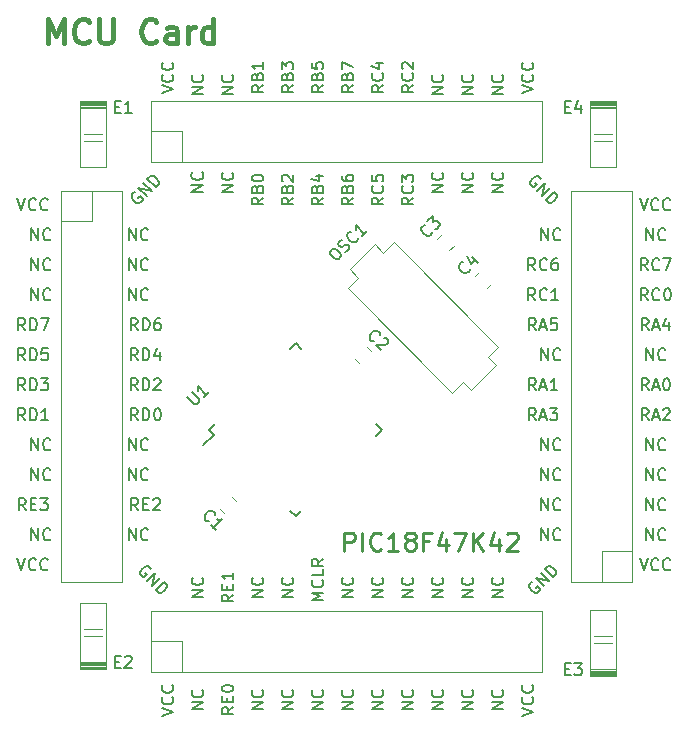
<source format=gbr>
G04 #@! TF.GenerationSoftware,KiCad,Pcbnew,(5.1.2)-2*
G04 #@! TF.CreationDate,2019-10-09T20:23:10+02:00*
G04 #@! TF.ProjectId,PIC18F47K42 MCU Card,50494331-3846-4343-974b-3432204d4355,rev?*
G04 #@! TF.SameCoordinates,Original*
G04 #@! TF.FileFunction,Legend,Top*
G04 #@! TF.FilePolarity,Positive*
%FSLAX46Y46*%
G04 Gerber Fmt 4.6, Leading zero omitted, Abs format (unit mm)*
G04 Created by KiCad (PCBNEW (5.1.2)-2) date 2019-10-09 20:23:10*
%MOMM*%
%LPD*%
G04 APERTURE LIST*
%ADD10C,0.150000*%
%ADD11C,0.152400*%
%ADD12C,0.254000*%
%ADD13C,0.381000*%
%ADD14C,0.120000*%
%ADD15C,0.100000*%
%ADD16C,0.110000*%
G04 APERTURE END LIST*
D10*
X141419805Y-114169698D02*
X141386133Y-114068683D01*
X141285118Y-113967668D01*
X141150431Y-113900324D01*
X141015744Y-113900324D01*
X140914729Y-113933996D01*
X140746370Y-114035011D01*
X140645355Y-114136026D01*
X140544339Y-114304385D01*
X140510668Y-114405400D01*
X140510668Y-114540087D01*
X140578011Y-114674774D01*
X140645355Y-114742118D01*
X140780042Y-114809461D01*
X140847385Y-114809461D01*
X141083087Y-114573759D01*
X140948400Y-114439072D01*
X141083087Y-115179851D02*
X141790194Y-114472744D01*
X141487148Y-115583912D01*
X142194255Y-114876805D01*
X141823866Y-115920629D02*
X142530973Y-115213522D01*
X142699331Y-115381881D01*
X142766675Y-115516568D01*
X142766675Y-115651255D01*
X142733003Y-115752270D01*
X142631988Y-115920629D01*
X142530973Y-116021644D01*
X142362614Y-116122660D01*
X142261599Y-116156331D01*
X142126912Y-116156331D01*
X141992225Y-116088988D01*
X141823866Y-115920629D01*
X172807380Y-73850333D02*
X173807380Y-73517000D01*
X172807380Y-73183666D01*
X173712142Y-72278904D02*
X173759761Y-72326523D01*
X173807380Y-72469380D01*
X173807380Y-72564619D01*
X173759761Y-72707476D01*
X173664523Y-72802714D01*
X173569285Y-72850333D01*
X173378809Y-72897952D01*
X173235952Y-72897952D01*
X173045476Y-72850333D01*
X172950238Y-72802714D01*
X172855000Y-72707476D01*
X172807380Y-72564619D01*
X172807380Y-72469380D01*
X172855000Y-72326523D01*
X172902619Y-72278904D01*
X173712142Y-71278904D02*
X173759761Y-71326523D01*
X173807380Y-71469380D01*
X173807380Y-71564619D01*
X173759761Y-71707476D01*
X173664523Y-71802714D01*
X173569285Y-71850333D01*
X173378809Y-71897952D01*
X173235952Y-71897952D01*
X173045476Y-71850333D01*
X172950238Y-71802714D01*
X172855000Y-71707476D01*
X172807380Y-71564619D01*
X172807380Y-71469380D01*
X172855000Y-71326523D01*
X172902619Y-71278904D01*
X171267380Y-73937714D02*
X170267380Y-73937714D01*
X171267380Y-73366285D01*
X170267380Y-73366285D01*
X171172142Y-72318666D02*
X171219761Y-72366285D01*
X171267380Y-72509142D01*
X171267380Y-72604380D01*
X171219761Y-72747238D01*
X171124523Y-72842476D01*
X171029285Y-72890095D01*
X170838809Y-72937714D01*
X170695952Y-72937714D01*
X170505476Y-72890095D01*
X170410238Y-72842476D01*
X170315000Y-72747238D01*
X170267380Y-72604380D01*
X170267380Y-72509142D01*
X170315000Y-72366285D01*
X170362619Y-72318666D01*
X168727380Y-73937714D02*
X167727380Y-73937714D01*
X168727380Y-73366285D01*
X167727380Y-73366285D01*
X168632142Y-72318666D02*
X168679761Y-72366285D01*
X168727380Y-72509142D01*
X168727380Y-72604380D01*
X168679761Y-72747238D01*
X168584523Y-72842476D01*
X168489285Y-72890095D01*
X168298809Y-72937714D01*
X168155952Y-72937714D01*
X167965476Y-72890095D01*
X167870238Y-72842476D01*
X167775000Y-72747238D01*
X167727380Y-72604380D01*
X167727380Y-72509142D01*
X167775000Y-72366285D01*
X167822619Y-72318666D01*
X166187380Y-73937714D02*
X165187380Y-73937714D01*
X166187380Y-73366285D01*
X165187380Y-73366285D01*
X166092142Y-72318666D02*
X166139761Y-72366285D01*
X166187380Y-72509142D01*
X166187380Y-72604380D01*
X166139761Y-72747238D01*
X166044523Y-72842476D01*
X165949285Y-72890095D01*
X165758809Y-72937714D01*
X165615952Y-72937714D01*
X165425476Y-72890095D01*
X165330238Y-72842476D01*
X165235000Y-72747238D01*
X165187380Y-72604380D01*
X165187380Y-72509142D01*
X165235000Y-72366285D01*
X165282619Y-72318666D01*
X163647380Y-73183666D02*
X163171190Y-73517000D01*
X163647380Y-73755095D02*
X162647380Y-73755095D01*
X162647380Y-73374142D01*
X162695000Y-73278904D01*
X162742619Y-73231285D01*
X162837857Y-73183666D01*
X162980714Y-73183666D01*
X163075952Y-73231285D01*
X163123571Y-73278904D01*
X163171190Y-73374142D01*
X163171190Y-73755095D01*
X163552142Y-72183666D02*
X163599761Y-72231285D01*
X163647380Y-72374142D01*
X163647380Y-72469380D01*
X163599761Y-72612238D01*
X163504523Y-72707476D01*
X163409285Y-72755095D01*
X163218809Y-72802714D01*
X163075952Y-72802714D01*
X162885476Y-72755095D01*
X162790238Y-72707476D01*
X162695000Y-72612238D01*
X162647380Y-72469380D01*
X162647380Y-72374142D01*
X162695000Y-72231285D01*
X162742619Y-72183666D01*
X162742619Y-71802714D02*
X162695000Y-71755095D01*
X162647380Y-71659857D01*
X162647380Y-71421761D01*
X162695000Y-71326523D01*
X162742619Y-71278904D01*
X162837857Y-71231285D01*
X162933095Y-71231285D01*
X163075952Y-71278904D01*
X163647380Y-71850333D01*
X163647380Y-71231285D01*
X161107380Y-73183666D02*
X160631190Y-73517000D01*
X161107380Y-73755095D02*
X160107380Y-73755095D01*
X160107380Y-73374142D01*
X160155000Y-73278904D01*
X160202619Y-73231285D01*
X160297857Y-73183666D01*
X160440714Y-73183666D01*
X160535952Y-73231285D01*
X160583571Y-73278904D01*
X160631190Y-73374142D01*
X160631190Y-73755095D01*
X161012142Y-72183666D02*
X161059761Y-72231285D01*
X161107380Y-72374142D01*
X161107380Y-72469380D01*
X161059761Y-72612238D01*
X160964523Y-72707476D01*
X160869285Y-72755095D01*
X160678809Y-72802714D01*
X160535952Y-72802714D01*
X160345476Y-72755095D01*
X160250238Y-72707476D01*
X160155000Y-72612238D01*
X160107380Y-72469380D01*
X160107380Y-72374142D01*
X160155000Y-72231285D01*
X160202619Y-72183666D01*
X160440714Y-71326523D02*
X161107380Y-71326523D01*
X160059761Y-71564619D02*
X160774047Y-71802714D01*
X160774047Y-71183666D01*
X158567380Y-73183666D02*
X158091190Y-73517000D01*
X158567380Y-73755095D02*
X157567380Y-73755095D01*
X157567380Y-73374142D01*
X157615000Y-73278904D01*
X157662619Y-73231285D01*
X157757857Y-73183666D01*
X157900714Y-73183666D01*
X157995952Y-73231285D01*
X158043571Y-73278904D01*
X158091190Y-73374142D01*
X158091190Y-73755095D01*
X158043571Y-72421761D02*
X158091190Y-72278904D01*
X158138809Y-72231285D01*
X158234047Y-72183666D01*
X158376904Y-72183666D01*
X158472142Y-72231285D01*
X158519761Y-72278904D01*
X158567380Y-72374142D01*
X158567380Y-72755095D01*
X157567380Y-72755095D01*
X157567380Y-72421761D01*
X157615000Y-72326523D01*
X157662619Y-72278904D01*
X157757857Y-72231285D01*
X157853095Y-72231285D01*
X157948333Y-72278904D01*
X157995952Y-72326523D01*
X158043571Y-72421761D01*
X158043571Y-72755095D01*
X157567380Y-71850333D02*
X157567380Y-71183666D01*
X158567380Y-71612238D01*
X156027380Y-73183666D02*
X155551190Y-73517000D01*
X156027380Y-73755095D02*
X155027380Y-73755095D01*
X155027380Y-73374142D01*
X155075000Y-73278904D01*
X155122619Y-73231285D01*
X155217857Y-73183666D01*
X155360714Y-73183666D01*
X155455952Y-73231285D01*
X155503571Y-73278904D01*
X155551190Y-73374142D01*
X155551190Y-73755095D01*
X155503571Y-72421761D02*
X155551190Y-72278904D01*
X155598809Y-72231285D01*
X155694047Y-72183666D01*
X155836904Y-72183666D01*
X155932142Y-72231285D01*
X155979761Y-72278904D01*
X156027380Y-72374142D01*
X156027380Y-72755095D01*
X155027380Y-72755095D01*
X155027380Y-72421761D01*
X155075000Y-72326523D01*
X155122619Y-72278904D01*
X155217857Y-72231285D01*
X155313095Y-72231285D01*
X155408333Y-72278904D01*
X155455952Y-72326523D01*
X155503571Y-72421761D01*
X155503571Y-72755095D01*
X155027380Y-71278904D02*
X155027380Y-71755095D01*
X155503571Y-71802714D01*
X155455952Y-71755095D01*
X155408333Y-71659857D01*
X155408333Y-71421761D01*
X155455952Y-71326523D01*
X155503571Y-71278904D01*
X155598809Y-71231285D01*
X155836904Y-71231285D01*
X155932142Y-71278904D01*
X155979761Y-71326523D01*
X156027380Y-71421761D01*
X156027380Y-71659857D01*
X155979761Y-71755095D01*
X155932142Y-71802714D01*
X153487380Y-73183666D02*
X153011190Y-73517000D01*
X153487380Y-73755095D02*
X152487380Y-73755095D01*
X152487380Y-73374142D01*
X152535000Y-73278904D01*
X152582619Y-73231285D01*
X152677857Y-73183666D01*
X152820714Y-73183666D01*
X152915952Y-73231285D01*
X152963571Y-73278904D01*
X153011190Y-73374142D01*
X153011190Y-73755095D01*
X152963571Y-72421761D02*
X153011190Y-72278904D01*
X153058809Y-72231285D01*
X153154047Y-72183666D01*
X153296904Y-72183666D01*
X153392142Y-72231285D01*
X153439761Y-72278904D01*
X153487380Y-72374142D01*
X153487380Y-72755095D01*
X152487380Y-72755095D01*
X152487380Y-72421761D01*
X152535000Y-72326523D01*
X152582619Y-72278904D01*
X152677857Y-72231285D01*
X152773095Y-72231285D01*
X152868333Y-72278904D01*
X152915952Y-72326523D01*
X152963571Y-72421761D01*
X152963571Y-72755095D01*
X152487380Y-71850333D02*
X152487380Y-71231285D01*
X152868333Y-71564619D01*
X152868333Y-71421761D01*
X152915952Y-71326523D01*
X152963571Y-71278904D01*
X153058809Y-71231285D01*
X153296904Y-71231285D01*
X153392142Y-71278904D01*
X153439761Y-71326523D01*
X153487380Y-71421761D01*
X153487380Y-71707476D01*
X153439761Y-71802714D01*
X153392142Y-71850333D01*
X150947380Y-73183666D02*
X150471190Y-73517000D01*
X150947380Y-73755095D02*
X149947380Y-73755095D01*
X149947380Y-73374142D01*
X149995000Y-73278904D01*
X150042619Y-73231285D01*
X150137857Y-73183666D01*
X150280714Y-73183666D01*
X150375952Y-73231285D01*
X150423571Y-73278904D01*
X150471190Y-73374142D01*
X150471190Y-73755095D01*
X150423571Y-72421761D02*
X150471190Y-72278904D01*
X150518809Y-72231285D01*
X150614047Y-72183666D01*
X150756904Y-72183666D01*
X150852142Y-72231285D01*
X150899761Y-72278904D01*
X150947380Y-72374142D01*
X150947380Y-72755095D01*
X149947380Y-72755095D01*
X149947380Y-72421761D01*
X149995000Y-72326523D01*
X150042619Y-72278904D01*
X150137857Y-72231285D01*
X150233095Y-72231285D01*
X150328333Y-72278904D01*
X150375952Y-72326523D01*
X150423571Y-72421761D01*
X150423571Y-72755095D01*
X150947380Y-71231285D02*
X150947380Y-71802714D01*
X150947380Y-71517000D02*
X149947380Y-71517000D01*
X150090238Y-71612238D01*
X150185476Y-71707476D01*
X150233095Y-71802714D01*
X148407380Y-73937714D02*
X147407380Y-73937714D01*
X148407380Y-73366285D01*
X147407380Y-73366285D01*
X148312142Y-72318666D02*
X148359761Y-72366285D01*
X148407380Y-72509142D01*
X148407380Y-72604380D01*
X148359761Y-72747238D01*
X148264523Y-72842476D01*
X148169285Y-72890095D01*
X147978809Y-72937714D01*
X147835952Y-72937714D01*
X147645476Y-72890095D01*
X147550238Y-72842476D01*
X147455000Y-72747238D01*
X147407380Y-72604380D01*
X147407380Y-72509142D01*
X147455000Y-72366285D01*
X147502619Y-72318666D01*
X145867380Y-73937714D02*
X144867380Y-73937714D01*
X145867380Y-73366285D01*
X144867380Y-73366285D01*
X145772142Y-72318666D02*
X145819761Y-72366285D01*
X145867380Y-72509142D01*
X145867380Y-72604380D01*
X145819761Y-72747238D01*
X145724523Y-72842476D01*
X145629285Y-72890095D01*
X145438809Y-72937714D01*
X145295952Y-72937714D01*
X145105476Y-72890095D01*
X145010238Y-72842476D01*
X144915000Y-72747238D01*
X144867380Y-72604380D01*
X144867380Y-72509142D01*
X144915000Y-72366285D01*
X144962619Y-72318666D01*
X142327380Y-73850333D02*
X143327380Y-73517000D01*
X142327380Y-73183666D01*
X143232142Y-72278904D02*
X143279761Y-72326523D01*
X143327380Y-72469380D01*
X143327380Y-72564619D01*
X143279761Y-72707476D01*
X143184523Y-72802714D01*
X143089285Y-72850333D01*
X142898809Y-72897952D01*
X142755952Y-72897952D01*
X142565476Y-72850333D01*
X142470238Y-72802714D01*
X142375000Y-72707476D01*
X142327380Y-72564619D01*
X142327380Y-72469380D01*
X142375000Y-72326523D01*
X142422619Y-72278904D01*
X143232142Y-71278904D02*
X143279761Y-71326523D01*
X143327380Y-71469380D01*
X143327380Y-71564619D01*
X143279761Y-71707476D01*
X143184523Y-71802714D01*
X143089285Y-71850333D01*
X142898809Y-71897952D01*
X142755952Y-71897952D01*
X142565476Y-71850333D01*
X142470238Y-71802714D01*
X142375000Y-71707476D01*
X142327380Y-71564619D01*
X142327380Y-71469380D01*
X142375000Y-71326523D01*
X142422619Y-71278904D01*
X171267380Y-82192714D02*
X170267380Y-82192714D01*
X171267380Y-81621285D01*
X170267380Y-81621285D01*
X171172142Y-80573666D02*
X171219761Y-80621285D01*
X171267380Y-80764142D01*
X171267380Y-80859380D01*
X171219761Y-81002238D01*
X171124523Y-81097476D01*
X171029285Y-81145095D01*
X170838809Y-81192714D01*
X170695952Y-81192714D01*
X170505476Y-81145095D01*
X170410238Y-81097476D01*
X170315000Y-81002238D01*
X170267380Y-80859380D01*
X170267380Y-80764142D01*
X170315000Y-80621285D01*
X170362619Y-80573666D01*
X168727380Y-82192714D02*
X167727380Y-82192714D01*
X168727380Y-81621285D01*
X167727380Y-81621285D01*
X168632142Y-80573666D02*
X168679761Y-80621285D01*
X168727380Y-80764142D01*
X168727380Y-80859380D01*
X168679761Y-81002238D01*
X168584523Y-81097476D01*
X168489285Y-81145095D01*
X168298809Y-81192714D01*
X168155952Y-81192714D01*
X167965476Y-81145095D01*
X167870238Y-81097476D01*
X167775000Y-81002238D01*
X167727380Y-80859380D01*
X167727380Y-80764142D01*
X167775000Y-80621285D01*
X167822619Y-80573666D01*
X166187380Y-82192714D02*
X165187380Y-82192714D01*
X166187380Y-81621285D01*
X165187380Y-81621285D01*
X166092142Y-80573666D02*
X166139761Y-80621285D01*
X166187380Y-80764142D01*
X166187380Y-80859380D01*
X166139761Y-81002238D01*
X166044523Y-81097476D01*
X165949285Y-81145095D01*
X165758809Y-81192714D01*
X165615952Y-81192714D01*
X165425476Y-81145095D01*
X165330238Y-81097476D01*
X165235000Y-81002238D01*
X165187380Y-80859380D01*
X165187380Y-80764142D01*
X165235000Y-80621285D01*
X165282619Y-80573666D01*
X163647380Y-82708666D02*
X163171190Y-83042000D01*
X163647380Y-83280095D02*
X162647380Y-83280095D01*
X162647380Y-82899142D01*
X162695000Y-82803904D01*
X162742619Y-82756285D01*
X162837857Y-82708666D01*
X162980714Y-82708666D01*
X163075952Y-82756285D01*
X163123571Y-82803904D01*
X163171190Y-82899142D01*
X163171190Y-83280095D01*
X163552142Y-81708666D02*
X163599761Y-81756285D01*
X163647380Y-81899142D01*
X163647380Y-81994380D01*
X163599761Y-82137238D01*
X163504523Y-82232476D01*
X163409285Y-82280095D01*
X163218809Y-82327714D01*
X163075952Y-82327714D01*
X162885476Y-82280095D01*
X162790238Y-82232476D01*
X162695000Y-82137238D01*
X162647380Y-81994380D01*
X162647380Y-81899142D01*
X162695000Y-81756285D01*
X162742619Y-81708666D01*
X162647380Y-81375333D02*
X162647380Y-80756285D01*
X163028333Y-81089619D01*
X163028333Y-80946761D01*
X163075952Y-80851523D01*
X163123571Y-80803904D01*
X163218809Y-80756285D01*
X163456904Y-80756285D01*
X163552142Y-80803904D01*
X163599761Y-80851523D01*
X163647380Y-80946761D01*
X163647380Y-81232476D01*
X163599761Y-81327714D01*
X163552142Y-81375333D01*
X161107380Y-82708666D02*
X160631190Y-83042000D01*
X161107380Y-83280095D02*
X160107380Y-83280095D01*
X160107380Y-82899142D01*
X160155000Y-82803904D01*
X160202619Y-82756285D01*
X160297857Y-82708666D01*
X160440714Y-82708666D01*
X160535952Y-82756285D01*
X160583571Y-82803904D01*
X160631190Y-82899142D01*
X160631190Y-83280095D01*
X161012142Y-81708666D02*
X161059761Y-81756285D01*
X161107380Y-81899142D01*
X161107380Y-81994380D01*
X161059761Y-82137238D01*
X160964523Y-82232476D01*
X160869285Y-82280095D01*
X160678809Y-82327714D01*
X160535952Y-82327714D01*
X160345476Y-82280095D01*
X160250238Y-82232476D01*
X160155000Y-82137238D01*
X160107380Y-81994380D01*
X160107380Y-81899142D01*
X160155000Y-81756285D01*
X160202619Y-81708666D01*
X160107380Y-80803904D02*
X160107380Y-81280095D01*
X160583571Y-81327714D01*
X160535952Y-81280095D01*
X160488333Y-81184857D01*
X160488333Y-80946761D01*
X160535952Y-80851523D01*
X160583571Y-80803904D01*
X160678809Y-80756285D01*
X160916904Y-80756285D01*
X161012142Y-80803904D01*
X161059761Y-80851523D01*
X161107380Y-80946761D01*
X161107380Y-81184857D01*
X161059761Y-81280095D01*
X161012142Y-81327714D01*
X158567380Y-82708666D02*
X158091190Y-83042000D01*
X158567380Y-83280095D02*
X157567380Y-83280095D01*
X157567380Y-82899142D01*
X157615000Y-82803904D01*
X157662619Y-82756285D01*
X157757857Y-82708666D01*
X157900714Y-82708666D01*
X157995952Y-82756285D01*
X158043571Y-82803904D01*
X158091190Y-82899142D01*
X158091190Y-83280095D01*
X158043571Y-81946761D02*
X158091190Y-81803904D01*
X158138809Y-81756285D01*
X158234047Y-81708666D01*
X158376904Y-81708666D01*
X158472142Y-81756285D01*
X158519761Y-81803904D01*
X158567380Y-81899142D01*
X158567380Y-82280095D01*
X157567380Y-82280095D01*
X157567380Y-81946761D01*
X157615000Y-81851523D01*
X157662619Y-81803904D01*
X157757857Y-81756285D01*
X157853095Y-81756285D01*
X157948333Y-81803904D01*
X157995952Y-81851523D01*
X158043571Y-81946761D01*
X158043571Y-82280095D01*
X157567380Y-80851523D02*
X157567380Y-81042000D01*
X157615000Y-81137238D01*
X157662619Y-81184857D01*
X157805476Y-81280095D01*
X157995952Y-81327714D01*
X158376904Y-81327714D01*
X158472142Y-81280095D01*
X158519761Y-81232476D01*
X158567380Y-81137238D01*
X158567380Y-80946761D01*
X158519761Y-80851523D01*
X158472142Y-80803904D01*
X158376904Y-80756285D01*
X158138809Y-80756285D01*
X158043571Y-80803904D01*
X157995952Y-80851523D01*
X157948333Y-80946761D01*
X157948333Y-81137238D01*
X157995952Y-81232476D01*
X158043571Y-81280095D01*
X158138809Y-81327714D01*
X156027380Y-82708666D02*
X155551190Y-83042000D01*
X156027380Y-83280095D02*
X155027380Y-83280095D01*
X155027380Y-82899142D01*
X155075000Y-82803904D01*
X155122619Y-82756285D01*
X155217857Y-82708666D01*
X155360714Y-82708666D01*
X155455952Y-82756285D01*
X155503571Y-82803904D01*
X155551190Y-82899142D01*
X155551190Y-83280095D01*
X155503571Y-81946761D02*
X155551190Y-81803904D01*
X155598809Y-81756285D01*
X155694047Y-81708666D01*
X155836904Y-81708666D01*
X155932142Y-81756285D01*
X155979761Y-81803904D01*
X156027380Y-81899142D01*
X156027380Y-82280095D01*
X155027380Y-82280095D01*
X155027380Y-81946761D01*
X155075000Y-81851523D01*
X155122619Y-81803904D01*
X155217857Y-81756285D01*
X155313095Y-81756285D01*
X155408333Y-81803904D01*
X155455952Y-81851523D01*
X155503571Y-81946761D01*
X155503571Y-82280095D01*
X155360714Y-80851523D02*
X156027380Y-80851523D01*
X154979761Y-81089619D02*
X155694047Y-81327714D01*
X155694047Y-80708666D01*
X153487380Y-82708666D02*
X153011190Y-83042000D01*
X153487380Y-83280095D02*
X152487380Y-83280095D01*
X152487380Y-82899142D01*
X152535000Y-82803904D01*
X152582619Y-82756285D01*
X152677857Y-82708666D01*
X152820714Y-82708666D01*
X152915952Y-82756285D01*
X152963571Y-82803904D01*
X153011190Y-82899142D01*
X153011190Y-83280095D01*
X152963571Y-81946761D02*
X153011190Y-81803904D01*
X153058809Y-81756285D01*
X153154047Y-81708666D01*
X153296904Y-81708666D01*
X153392142Y-81756285D01*
X153439761Y-81803904D01*
X153487380Y-81899142D01*
X153487380Y-82280095D01*
X152487380Y-82280095D01*
X152487380Y-81946761D01*
X152535000Y-81851523D01*
X152582619Y-81803904D01*
X152677857Y-81756285D01*
X152773095Y-81756285D01*
X152868333Y-81803904D01*
X152915952Y-81851523D01*
X152963571Y-81946761D01*
X152963571Y-82280095D01*
X152582619Y-81327714D02*
X152535000Y-81280095D01*
X152487380Y-81184857D01*
X152487380Y-80946761D01*
X152535000Y-80851523D01*
X152582619Y-80803904D01*
X152677857Y-80756285D01*
X152773095Y-80756285D01*
X152915952Y-80803904D01*
X153487380Y-81375333D01*
X153487380Y-80756285D01*
X150947380Y-82708666D02*
X150471190Y-83042000D01*
X150947380Y-83280095D02*
X149947380Y-83280095D01*
X149947380Y-82899142D01*
X149995000Y-82803904D01*
X150042619Y-82756285D01*
X150137857Y-82708666D01*
X150280714Y-82708666D01*
X150375952Y-82756285D01*
X150423571Y-82803904D01*
X150471190Y-82899142D01*
X150471190Y-83280095D01*
X150423571Y-81946761D02*
X150471190Y-81803904D01*
X150518809Y-81756285D01*
X150614047Y-81708666D01*
X150756904Y-81708666D01*
X150852142Y-81756285D01*
X150899761Y-81803904D01*
X150947380Y-81899142D01*
X150947380Y-82280095D01*
X149947380Y-82280095D01*
X149947380Y-81946761D01*
X149995000Y-81851523D01*
X150042619Y-81803904D01*
X150137857Y-81756285D01*
X150233095Y-81756285D01*
X150328333Y-81803904D01*
X150375952Y-81851523D01*
X150423571Y-81946761D01*
X150423571Y-82280095D01*
X149947380Y-81089619D02*
X149947380Y-80994380D01*
X149995000Y-80899142D01*
X150042619Y-80851523D01*
X150137857Y-80803904D01*
X150328333Y-80756285D01*
X150566428Y-80756285D01*
X150756904Y-80803904D01*
X150852142Y-80851523D01*
X150899761Y-80899142D01*
X150947380Y-80994380D01*
X150947380Y-81089619D01*
X150899761Y-81184857D01*
X150852142Y-81232476D01*
X150756904Y-81280095D01*
X150566428Y-81327714D01*
X150328333Y-81327714D01*
X150137857Y-81280095D01*
X150042619Y-81232476D01*
X149995000Y-81184857D01*
X149947380Y-81089619D01*
X148407380Y-82192714D02*
X147407380Y-82192714D01*
X148407380Y-81621285D01*
X147407380Y-81621285D01*
X148312142Y-80573666D02*
X148359761Y-80621285D01*
X148407380Y-80764142D01*
X148407380Y-80859380D01*
X148359761Y-81002238D01*
X148264523Y-81097476D01*
X148169285Y-81145095D01*
X147978809Y-81192714D01*
X147835952Y-81192714D01*
X147645476Y-81145095D01*
X147550238Y-81097476D01*
X147455000Y-81002238D01*
X147407380Y-80859380D01*
X147407380Y-80764142D01*
X147455000Y-80621285D01*
X147502619Y-80573666D01*
D11*
X145874619Y-82205285D02*
X144858619Y-82205285D01*
X145874619Y-81624714D01*
X144858619Y-81624714D01*
X145777857Y-80560333D02*
X145826238Y-80608714D01*
X145874619Y-80753857D01*
X145874619Y-80850619D01*
X145826238Y-80995761D01*
X145729476Y-81092523D01*
X145632714Y-81140904D01*
X145439190Y-81189285D01*
X145294047Y-81189285D01*
X145100523Y-81140904D01*
X145003761Y-81092523D01*
X144907000Y-80995761D01*
X144858619Y-80850619D01*
X144858619Y-80753857D01*
X144907000Y-80608714D01*
X144955380Y-80560333D01*
D10*
X174439805Y-81149698D02*
X174406133Y-81048683D01*
X174305118Y-80947668D01*
X174170431Y-80880324D01*
X174035744Y-80880324D01*
X173934729Y-80913996D01*
X173766370Y-81015011D01*
X173665355Y-81116026D01*
X173564339Y-81284385D01*
X173530668Y-81385400D01*
X173530668Y-81520087D01*
X173598011Y-81654774D01*
X173665355Y-81722118D01*
X173800042Y-81789461D01*
X173867385Y-81789461D01*
X174103087Y-81553759D01*
X173968400Y-81419072D01*
X174103087Y-82159851D02*
X174810194Y-81452744D01*
X174507148Y-82563912D01*
X175214255Y-81856805D01*
X174843866Y-82900629D02*
X175550973Y-82193522D01*
X175719331Y-82361881D01*
X175786675Y-82496568D01*
X175786675Y-82631255D01*
X175753003Y-82732270D01*
X175651988Y-82900629D01*
X175550973Y-83001644D01*
X175382614Y-83102660D01*
X175281599Y-83136331D01*
X175146912Y-83136331D01*
X175012225Y-83068988D01*
X174843866Y-82900629D01*
X174474285Y-86304380D02*
X174474285Y-85304380D01*
X175045714Y-86304380D01*
X175045714Y-85304380D01*
X176093333Y-86209142D02*
X176045714Y-86256761D01*
X175902857Y-86304380D01*
X175807619Y-86304380D01*
X175664761Y-86256761D01*
X175569523Y-86161523D01*
X175521904Y-86066285D01*
X175474285Y-85875809D01*
X175474285Y-85732952D01*
X175521904Y-85542476D01*
X175569523Y-85447238D01*
X175664761Y-85352000D01*
X175807619Y-85304380D01*
X175902857Y-85304380D01*
X176045714Y-85352000D01*
X176093333Y-85399619D01*
X173958333Y-88844380D02*
X173625000Y-88368190D01*
X173386904Y-88844380D02*
X173386904Y-87844380D01*
X173767857Y-87844380D01*
X173863095Y-87892000D01*
X173910714Y-87939619D01*
X173958333Y-88034857D01*
X173958333Y-88177714D01*
X173910714Y-88272952D01*
X173863095Y-88320571D01*
X173767857Y-88368190D01*
X173386904Y-88368190D01*
X174958333Y-88749142D02*
X174910714Y-88796761D01*
X174767857Y-88844380D01*
X174672619Y-88844380D01*
X174529761Y-88796761D01*
X174434523Y-88701523D01*
X174386904Y-88606285D01*
X174339285Y-88415809D01*
X174339285Y-88272952D01*
X174386904Y-88082476D01*
X174434523Y-87987238D01*
X174529761Y-87892000D01*
X174672619Y-87844380D01*
X174767857Y-87844380D01*
X174910714Y-87892000D01*
X174958333Y-87939619D01*
X175815476Y-87844380D02*
X175625000Y-87844380D01*
X175529761Y-87892000D01*
X175482142Y-87939619D01*
X175386904Y-88082476D01*
X175339285Y-88272952D01*
X175339285Y-88653904D01*
X175386904Y-88749142D01*
X175434523Y-88796761D01*
X175529761Y-88844380D01*
X175720238Y-88844380D01*
X175815476Y-88796761D01*
X175863095Y-88749142D01*
X175910714Y-88653904D01*
X175910714Y-88415809D01*
X175863095Y-88320571D01*
X175815476Y-88272952D01*
X175720238Y-88225333D01*
X175529761Y-88225333D01*
X175434523Y-88272952D01*
X175386904Y-88320571D01*
X175339285Y-88415809D01*
X173958333Y-91384380D02*
X173625000Y-90908190D01*
X173386904Y-91384380D02*
X173386904Y-90384380D01*
X173767857Y-90384380D01*
X173863095Y-90432000D01*
X173910714Y-90479619D01*
X173958333Y-90574857D01*
X173958333Y-90717714D01*
X173910714Y-90812952D01*
X173863095Y-90860571D01*
X173767857Y-90908190D01*
X173386904Y-90908190D01*
X174958333Y-91289142D02*
X174910714Y-91336761D01*
X174767857Y-91384380D01*
X174672619Y-91384380D01*
X174529761Y-91336761D01*
X174434523Y-91241523D01*
X174386904Y-91146285D01*
X174339285Y-90955809D01*
X174339285Y-90812952D01*
X174386904Y-90622476D01*
X174434523Y-90527238D01*
X174529761Y-90432000D01*
X174672619Y-90384380D01*
X174767857Y-90384380D01*
X174910714Y-90432000D01*
X174958333Y-90479619D01*
X175910714Y-91384380D02*
X175339285Y-91384380D01*
X175625000Y-91384380D02*
X175625000Y-90384380D01*
X175529761Y-90527238D01*
X175434523Y-90622476D01*
X175339285Y-90670095D01*
X174029761Y-93924380D02*
X173696428Y-93448190D01*
X173458333Y-93924380D02*
X173458333Y-92924380D01*
X173839285Y-92924380D01*
X173934523Y-92972000D01*
X173982142Y-93019619D01*
X174029761Y-93114857D01*
X174029761Y-93257714D01*
X173982142Y-93352952D01*
X173934523Y-93400571D01*
X173839285Y-93448190D01*
X173458333Y-93448190D01*
X174410714Y-93638666D02*
X174886904Y-93638666D01*
X174315476Y-93924380D02*
X174648809Y-92924380D01*
X174982142Y-93924380D01*
X175791666Y-92924380D02*
X175315476Y-92924380D01*
X175267857Y-93400571D01*
X175315476Y-93352952D01*
X175410714Y-93305333D01*
X175648809Y-93305333D01*
X175744047Y-93352952D01*
X175791666Y-93400571D01*
X175839285Y-93495809D01*
X175839285Y-93733904D01*
X175791666Y-93829142D01*
X175744047Y-93876761D01*
X175648809Y-93924380D01*
X175410714Y-93924380D01*
X175315476Y-93876761D01*
X175267857Y-93829142D01*
X174474285Y-96464380D02*
X174474285Y-95464380D01*
X175045714Y-96464380D01*
X175045714Y-95464380D01*
X176093333Y-96369142D02*
X176045714Y-96416761D01*
X175902857Y-96464380D01*
X175807619Y-96464380D01*
X175664761Y-96416761D01*
X175569523Y-96321523D01*
X175521904Y-96226285D01*
X175474285Y-96035809D01*
X175474285Y-95892952D01*
X175521904Y-95702476D01*
X175569523Y-95607238D01*
X175664761Y-95512000D01*
X175807619Y-95464380D01*
X175902857Y-95464380D01*
X176045714Y-95512000D01*
X176093333Y-95559619D01*
X174029761Y-99004380D02*
X173696428Y-98528190D01*
X173458333Y-99004380D02*
X173458333Y-98004380D01*
X173839285Y-98004380D01*
X173934523Y-98052000D01*
X173982142Y-98099619D01*
X174029761Y-98194857D01*
X174029761Y-98337714D01*
X173982142Y-98432952D01*
X173934523Y-98480571D01*
X173839285Y-98528190D01*
X173458333Y-98528190D01*
X174410714Y-98718666D02*
X174886904Y-98718666D01*
X174315476Y-99004380D02*
X174648809Y-98004380D01*
X174982142Y-99004380D01*
X175839285Y-99004380D02*
X175267857Y-99004380D01*
X175553571Y-99004380D02*
X175553571Y-98004380D01*
X175458333Y-98147238D01*
X175363095Y-98242476D01*
X175267857Y-98290095D01*
X174029761Y-101544380D02*
X173696428Y-101068190D01*
X173458333Y-101544380D02*
X173458333Y-100544380D01*
X173839285Y-100544380D01*
X173934523Y-100592000D01*
X173982142Y-100639619D01*
X174029761Y-100734857D01*
X174029761Y-100877714D01*
X173982142Y-100972952D01*
X173934523Y-101020571D01*
X173839285Y-101068190D01*
X173458333Y-101068190D01*
X174410714Y-101258666D02*
X174886904Y-101258666D01*
X174315476Y-101544380D02*
X174648809Y-100544380D01*
X174982142Y-101544380D01*
X175220238Y-100544380D02*
X175839285Y-100544380D01*
X175505952Y-100925333D01*
X175648809Y-100925333D01*
X175744047Y-100972952D01*
X175791666Y-101020571D01*
X175839285Y-101115809D01*
X175839285Y-101353904D01*
X175791666Y-101449142D01*
X175744047Y-101496761D01*
X175648809Y-101544380D01*
X175363095Y-101544380D01*
X175267857Y-101496761D01*
X175220238Y-101449142D01*
X174474285Y-104084380D02*
X174474285Y-103084380D01*
X175045714Y-104084380D01*
X175045714Y-103084380D01*
X176093333Y-103989142D02*
X176045714Y-104036761D01*
X175902857Y-104084380D01*
X175807619Y-104084380D01*
X175664761Y-104036761D01*
X175569523Y-103941523D01*
X175521904Y-103846285D01*
X175474285Y-103655809D01*
X175474285Y-103512952D01*
X175521904Y-103322476D01*
X175569523Y-103227238D01*
X175664761Y-103132000D01*
X175807619Y-103084380D01*
X175902857Y-103084380D01*
X176045714Y-103132000D01*
X176093333Y-103179619D01*
X174474285Y-106624380D02*
X174474285Y-105624380D01*
X175045714Y-106624380D01*
X175045714Y-105624380D01*
X176093333Y-106529142D02*
X176045714Y-106576761D01*
X175902857Y-106624380D01*
X175807619Y-106624380D01*
X175664761Y-106576761D01*
X175569523Y-106481523D01*
X175521904Y-106386285D01*
X175474285Y-106195809D01*
X175474285Y-106052952D01*
X175521904Y-105862476D01*
X175569523Y-105767238D01*
X175664761Y-105672000D01*
X175807619Y-105624380D01*
X175902857Y-105624380D01*
X176045714Y-105672000D01*
X176093333Y-105719619D01*
X174474285Y-109164380D02*
X174474285Y-108164380D01*
X175045714Y-109164380D01*
X175045714Y-108164380D01*
X176093333Y-109069142D02*
X176045714Y-109116761D01*
X175902857Y-109164380D01*
X175807619Y-109164380D01*
X175664761Y-109116761D01*
X175569523Y-109021523D01*
X175521904Y-108926285D01*
X175474285Y-108735809D01*
X175474285Y-108592952D01*
X175521904Y-108402476D01*
X175569523Y-108307238D01*
X175664761Y-108212000D01*
X175807619Y-108164380D01*
X175902857Y-108164380D01*
X176045714Y-108212000D01*
X176093333Y-108259619D01*
X174474285Y-111704380D02*
X174474285Y-110704380D01*
X175045714Y-111704380D01*
X175045714Y-110704380D01*
X176093333Y-111609142D02*
X176045714Y-111656761D01*
X175902857Y-111704380D01*
X175807619Y-111704380D01*
X175664761Y-111656761D01*
X175569523Y-111561523D01*
X175521904Y-111466285D01*
X175474285Y-111275809D01*
X175474285Y-111132952D01*
X175521904Y-110942476D01*
X175569523Y-110847238D01*
X175664761Y-110752000D01*
X175807619Y-110704380D01*
X175902857Y-110704380D01*
X176045714Y-110752000D01*
X176093333Y-110799619D01*
X182816666Y-82764380D02*
X183150000Y-83764380D01*
X183483333Y-82764380D01*
X184388095Y-83669142D02*
X184340476Y-83716761D01*
X184197619Y-83764380D01*
X184102380Y-83764380D01*
X183959523Y-83716761D01*
X183864285Y-83621523D01*
X183816666Y-83526285D01*
X183769047Y-83335809D01*
X183769047Y-83192952D01*
X183816666Y-83002476D01*
X183864285Y-82907238D01*
X183959523Y-82812000D01*
X184102380Y-82764380D01*
X184197619Y-82764380D01*
X184340476Y-82812000D01*
X184388095Y-82859619D01*
X185388095Y-83669142D02*
X185340476Y-83716761D01*
X185197619Y-83764380D01*
X185102380Y-83764380D01*
X184959523Y-83716761D01*
X184864285Y-83621523D01*
X184816666Y-83526285D01*
X184769047Y-83335809D01*
X184769047Y-83192952D01*
X184816666Y-83002476D01*
X184864285Y-82907238D01*
X184959523Y-82812000D01*
X185102380Y-82764380D01*
X185197619Y-82764380D01*
X185340476Y-82812000D01*
X185388095Y-82859619D01*
X183364285Y-86304380D02*
X183364285Y-85304380D01*
X183935714Y-86304380D01*
X183935714Y-85304380D01*
X184983333Y-86209142D02*
X184935714Y-86256761D01*
X184792857Y-86304380D01*
X184697619Y-86304380D01*
X184554761Y-86256761D01*
X184459523Y-86161523D01*
X184411904Y-86066285D01*
X184364285Y-85875809D01*
X184364285Y-85732952D01*
X184411904Y-85542476D01*
X184459523Y-85447238D01*
X184554761Y-85352000D01*
X184697619Y-85304380D01*
X184792857Y-85304380D01*
X184935714Y-85352000D01*
X184983333Y-85399619D01*
X183483333Y-88844380D02*
X183150000Y-88368190D01*
X182911904Y-88844380D02*
X182911904Y-87844380D01*
X183292857Y-87844380D01*
X183388095Y-87892000D01*
X183435714Y-87939619D01*
X183483333Y-88034857D01*
X183483333Y-88177714D01*
X183435714Y-88272952D01*
X183388095Y-88320571D01*
X183292857Y-88368190D01*
X182911904Y-88368190D01*
X184483333Y-88749142D02*
X184435714Y-88796761D01*
X184292857Y-88844380D01*
X184197619Y-88844380D01*
X184054761Y-88796761D01*
X183959523Y-88701523D01*
X183911904Y-88606285D01*
X183864285Y-88415809D01*
X183864285Y-88272952D01*
X183911904Y-88082476D01*
X183959523Y-87987238D01*
X184054761Y-87892000D01*
X184197619Y-87844380D01*
X184292857Y-87844380D01*
X184435714Y-87892000D01*
X184483333Y-87939619D01*
X184816666Y-87844380D02*
X185483333Y-87844380D01*
X185054761Y-88844380D01*
X183483333Y-91384380D02*
X183150000Y-90908190D01*
X182911904Y-91384380D02*
X182911904Y-90384380D01*
X183292857Y-90384380D01*
X183388095Y-90432000D01*
X183435714Y-90479619D01*
X183483333Y-90574857D01*
X183483333Y-90717714D01*
X183435714Y-90812952D01*
X183388095Y-90860571D01*
X183292857Y-90908190D01*
X182911904Y-90908190D01*
X184483333Y-91289142D02*
X184435714Y-91336761D01*
X184292857Y-91384380D01*
X184197619Y-91384380D01*
X184054761Y-91336761D01*
X183959523Y-91241523D01*
X183911904Y-91146285D01*
X183864285Y-90955809D01*
X183864285Y-90812952D01*
X183911904Y-90622476D01*
X183959523Y-90527238D01*
X184054761Y-90432000D01*
X184197619Y-90384380D01*
X184292857Y-90384380D01*
X184435714Y-90432000D01*
X184483333Y-90479619D01*
X185102380Y-90384380D02*
X185197619Y-90384380D01*
X185292857Y-90432000D01*
X185340476Y-90479619D01*
X185388095Y-90574857D01*
X185435714Y-90765333D01*
X185435714Y-91003428D01*
X185388095Y-91193904D01*
X185340476Y-91289142D01*
X185292857Y-91336761D01*
X185197619Y-91384380D01*
X185102380Y-91384380D01*
X185007142Y-91336761D01*
X184959523Y-91289142D01*
X184911904Y-91193904D01*
X184864285Y-91003428D01*
X184864285Y-90765333D01*
X184911904Y-90574857D01*
X184959523Y-90479619D01*
X185007142Y-90432000D01*
X185102380Y-90384380D01*
X183554761Y-93924380D02*
X183221428Y-93448190D01*
X182983333Y-93924380D02*
X182983333Y-92924380D01*
X183364285Y-92924380D01*
X183459523Y-92972000D01*
X183507142Y-93019619D01*
X183554761Y-93114857D01*
X183554761Y-93257714D01*
X183507142Y-93352952D01*
X183459523Y-93400571D01*
X183364285Y-93448190D01*
X182983333Y-93448190D01*
X183935714Y-93638666D02*
X184411904Y-93638666D01*
X183840476Y-93924380D02*
X184173809Y-92924380D01*
X184507142Y-93924380D01*
X185269047Y-93257714D02*
X185269047Y-93924380D01*
X185030952Y-92876761D02*
X184792857Y-93591047D01*
X185411904Y-93591047D01*
X183364285Y-96464380D02*
X183364285Y-95464380D01*
X183935714Y-96464380D01*
X183935714Y-95464380D01*
X184983333Y-96369142D02*
X184935714Y-96416761D01*
X184792857Y-96464380D01*
X184697619Y-96464380D01*
X184554761Y-96416761D01*
X184459523Y-96321523D01*
X184411904Y-96226285D01*
X184364285Y-96035809D01*
X184364285Y-95892952D01*
X184411904Y-95702476D01*
X184459523Y-95607238D01*
X184554761Y-95512000D01*
X184697619Y-95464380D01*
X184792857Y-95464380D01*
X184935714Y-95512000D01*
X184983333Y-95559619D01*
X183554761Y-99004380D02*
X183221428Y-98528190D01*
X182983333Y-99004380D02*
X182983333Y-98004380D01*
X183364285Y-98004380D01*
X183459523Y-98052000D01*
X183507142Y-98099619D01*
X183554761Y-98194857D01*
X183554761Y-98337714D01*
X183507142Y-98432952D01*
X183459523Y-98480571D01*
X183364285Y-98528190D01*
X182983333Y-98528190D01*
X183935714Y-98718666D02*
X184411904Y-98718666D01*
X183840476Y-99004380D02*
X184173809Y-98004380D01*
X184507142Y-99004380D01*
X185030952Y-98004380D02*
X185126190Y-98004380D01*
X185221428Y-98052000D01*
X185269047Y-98099619D01*
X185316666Y-98194857D01*
X185364285Y-98385333D01*
X185364285Y-98623428D01*
X185316666Y-98813904D01*
X185269047Y-98909142D01*
X185221428Y-98956761D01*
X185126190Y-99004380D01*
X185030952Y-99004380D01*
X184935714Y-98956761D01*
X184888095Y-98909142D01*
X184840476Y-98813904D01*
X184792857Y-98623428D01*
X184792857Y-98385333D01*
X184840476Y-98194857D01*
X184888095Y-98099619D01*
X184935714Y-98052000D01*
X185030952Y-98004380D01*
X183554761Y-101544380D02*
X183221428Y-101068190D01*
X182983333Y-101544380D02*
X182983333Y-100544380D01*
X183364285Y-100544380D01*
X183459523Y-100592000D01*
X183507142Y-100639619D01*
X183554761Y-100734857D01*
X183554761Y-100877714D01*
X183507142Y-100972952D01*
X183459523Y-101020571D01*
X183364285Y-101068190D01*
X182983333Y-101068190D01*
X183935714Y-101258666D02*
X184411904Y-101258666D01*
X183840476Y-101544380D02*
X184173809Y-100544380D01*
X184507142Y-101544380D01*
X184792857Y-100639619D02*
X184840476Y-100592000D01*
X184935714Y-100544380D01*
X185173809Y-100544380D01*
X185269047Y-100592000D01*
X185316666Y-100639619D01*
X185364285Y-100734857D01*
X185364285Y-100830095D01*
X185316666Y-100972952D01*
X184745238Y-101544380D01*
X185364285Y-101544380D01*
X183364285Y-104084380D02*
X183364285Y-103084380D01*
X183935714Y-104084380D01*
X183935714Y-103084380D01*
X184983333Y-103989142D02*
X184935714Y-104036761D01*
X184792857Y-104084380D01*
X184697619Y-104084380D01*
X184554761Y-104036761D01*
X184459523Y-103941523D01*
X184411904Y-103846285D01*
X184364285Y-103655809D01*
X184364285Y-103512952D01*
X184411904Y-103322476D01*
X184459523Y-103227238D01*
X184554761Y-103132000D01*
X184697619Y-103084380D01*
X184792857Y-103084380D01*
X184935714Y-103132000D01*
X184983333Y-103179619D01*
X183364285Y-106624380D02*
X183364285Y-105624380D01*
X183935714Y-106624380D01*
X183935714Y-105624380D01*
X184983333Y-106529142D02*
X184935714Y-106576761D01*
X184792857Y-106624380D01*
X184697619Y-106624380D01*
X184554761Y-106576761D01*
X184459523Y-106481523D01*
X184411904Y-106386285D01*
X184364285Y-106195809D01*
X184364285Y-106052952D01*
X184411904Y-105862476D01*
X184459523Y-105767238D01*
X184554761Y-105672000D01*
X184697619Y-105624380D01*
X184792857Y-105624380D01*
X184935714Y-105672000D01*
X184983333Y-105719619D01*
X183364285Y-109164380D02*
X183364285Y-108164380D01*
X183935714Y-109164380D01*
X183935714Y-108164380D01*
X184983333Y-109069142D02*
X184935714Y-109116761D01*
X184792857Y-109164380D01*
X184697619Y-109164380D01*
X184554761Y-109116761D01*
X184459523Y-109021523D01*
X184411904Y-108926285D01*
X184364285Y-108735809D01*
X184364285Y-108592952D01*
X184411904Y-108402476D01*
X184459523Y-108307238D01*
X184554761Y-108212000D01*
X184697619Y-108164380D01*
X184792857Y-108164380D01*
X184935714Y-108212000D01*
X184983333Y-108259619D01*
X183364285Y-111704380D02*
X183364285Y-110704380D01*
X183935714Y-111704380D01*
X183935714Y-110704380D01*
X184983333Y-111609142D02*
X184935714Y-111656761D01*
X184792857Y-111704380D01*
X184697619Y-111704380D01*
X184554761Y-111656761D01*
X184459523Y-111561523D01*
X184411904Y-111466285D01*
X184364285Y-111275809D01*
X184364285Y-111132952D01*
X184411904Y-110942476D01*
X184459523Y-110847238D01*
X184554761Y-110752000D01*
X184697619Y-110704380D01*
X184792857Y-110704380D01*
X184935714Y-110752000D01*
X184983333Y-110799619D01*
X182816666Y-113244380D02*
X183150000Y-114244380D01*
X183483333Y-113244380D01*
X184388095Y-114149142D02*
X184340476Y-114196761D01*
X184197619Y-114244380D01*
X184102380Y-114244380D01*
X183959523Y-114196761D01*
X183864285Y-114101523D01*
X183816666Y-114006285D01*
X183769047Y-113815809D01*
X183769047Y-113672952D01*
X183816666Y-113482476D01*
X183864285Y-113387238D01*
X183959523Y-113292000D01*
X184102380Y-113244380D01*
X184197619Y-113244380D01*
X184340476Y-113292000D01*
X184388095Y-113339619D01*
X185388095Y-114149142D02*
X185340476Y-114196761D01*
X185197619Y-114244380D01*
X185102380Y-114244380D01*
X184959523Y-114196761D01*
X184864285Y-114101523D01*
X184816666Y-114006285D01*
X184769047Y-113815809D01*
X184769047Y-113672952D01*
X184816666Y-113482476D01*
X184864285Y-113387238D01*
X184959523Y-113292000D01*
X185102380Y-113244380D01*
X185197619Y-113244380D01*
X185340476Y-113292000D01*
X185388095Y-113339619D01*
X173732698Y-115247194D02*
X173631683Y-115280866D01*
X173530668Y-115381881D01*
X173463324Y-115516568D01*
X173463324Y-115651255D01*
X173496996Y-115752270D01*
X173598011Y-115920629D01*
X173699026Y-116021644D01*
X173867385Y-116122660D01*
X173968400Y-116156331D01*
X174103087Y-116156331D01*
X174237774Y-116088988D01*
X174305118Y-116021644D01*
X174372461Y-115886957D01*
X174372461Y-115819614D01*
X174136759Y-115583912D01*
X174002072Y-115718599D01*
X174742851Y-115583912D02*
X174035744Y-114876805D01*
X175146912Y-115179851D01*
X174439805Y-114472744D01*
X175483629Y-114843133D02*
X174776522Y-114136026D01*
X174944881Y-113967668D01*
X175079568Y-113900324D01*
X175214255Y-113900324D01*
X175315270Y-113933996D01*
X175483629Y-114035011D01*
X175584644Y-114136026D01*
X175685660Y-114304385D01*
X175719331Y-114405400D01*
X175719331Y-114540087D01*
X175651988Y-114674774D01*
X175483629Y-114843133D01*
X171267380Y-116482714D02*
X170267380Y-116482714D01*
X171267380Y-115911285D01*
X170267380Y-115911285D01*
X171172142Y-114863666D02*
X171219761Y-114911285D01*
X171267380Y-115054142D01*
X171267380Y-115149380D01*
X171219761Y-115292238D01*
X171124523Y-115387476D01*
X171029285Y-115435095D01*
X170838809Y-115482714D01*
X170695952Y-115482714D01*
X170505476Y-115435095D01*
X170410238Y-115387476D01*
X170315000Y-115292238D01*
X170267380Y-115149380D01*
X170267380Y-115054142D01*
X170315000Y-114911285D01*
X170362619Y-114863666D01*
X168727380Y-116482714D02*
X167727380Y-116482714D01*
X168727380Y-115911285D01*
X167727380Y-115911285D01*
X168632142Y-114863666D02*
X168679761Y-114911285D01*
X168727380Y-115054142D01*
X168727380Y-115149380D01*
X168679761Y-115292238D01*
X168584523Y-115387476D01*
X168489285Y-115435095D01*
X168298809Y-115482714D01*
X168155952Y-115482714D01*
X167965476Y-115435095D01*
X167870238Y-115387476D01*
X167775000Y-115292238D01*
X167727380Y-115149380D01*
X167727380Y-115054142D01*
X167775000Y-114911285D01*
X167822619Y-114863666D01*
X166187380Y-116482714D02*
X165187380Y-116482714D01*
X166187380Y-115911285D01*
X165187380Y-115911285D01*
X166092142Y-114863666D02*
X166139761Y-114911285D01*
X166187380Y-115054142D01*
X166187380Y-115149380D01*
X166139761Y-115292238D01*
X166044523Y-115387476D01*
X165949285Y-115435095D01*
X165758809Y-115482714D01*
X165615952Y-115482714D01*
X165425476Y-115435095D01*
X165330238Y-115387476D01*
X165235000Y-115292238D01*
X165187380Y-115149380D01*
X165187380Y-115054142D01*
X165235000Y-114911285D01*
X165282619Y-114863666D01*
X163647380Y-116482714D02*
X162647380Y-116482714D01*
X163647380Y-115911285D01*
X162647380Y-115911285D01*
X163552142Y-114863666D02*
X163599761Y-114911285D01*
X163647380Y-115054142D01*
X163647380Y-115149380D01*
X163599761Y-115292238D01*
X163504523Y-115387476D01*
X163409285Y-115435095D01*
X163218809Y-115482714D01*
X163075952Y-115482714D01*
X162885476Y-115435095D01*
X162790238Y-115387476D01*
X162695000Y-115292238D01*
X162647380Y-115149380D01*
X162647380Y-115054142D01*
X162695000Y-114911285D01*
X162742619Y-114863666D01*
X161107380Y-116482714D02*
X160107380Y-116482714D01*
X161107380Y-115911285D01*
X160107380Y-115911285D01*
X161012142Y-114863666D02*
X161059761Y-114911285D01*
X161107380Y-115054142D01*
X161107380Y-115149380D01*
X161059761Y-115292238D01*
X160964523Y-115387476D01*
X160869285Y-115435095D01*
X160678809Y-115482714D01*
X160535952Y-115482714D01*
X160345476Y-115435095D01*
X160250238Y-115387476D01*
X160155000Y-115292238D01*
X160107380Y-115149380D01*
X160107380Y-115054142D01*
X160155000Y-114911285D01*
X160202619Y-114863666D01*
X158567380Y-116482714D02*
X157567380Y-116482714D01*
X158567380Y-115911285D01*
X157567380Y-115911285D01*
X158472142Y-114863666D02*
X158519761Y-114911285D01*
X158567380Y-115054142D01*
X158567380Y-115149380D01*
X158519761Y-115292238D01*
X158424523Y-115387476D01*
X158329285Y-115435095D01*
X158138809Y-115482714D01*
X157995952Y-115482714D01*
X157805476Y-115435095D01*
X157710238Y-115387476D01*
X157615000Y-115292238D01*
X157567380Y-115149380D01*
X157567380Y-115054142D01*
X157615000Y-114911285D01*
X157662619Y-114863666D01*
X156027380Y-116800095D02*
X155027380Y-116800095D01*
X155741666Y-116466761D01*
X155027380Y-116133428D01*
X156027380Y-116133428D01*
X155932142Y-115085809D02*
X155979761Y-115133428D01*
X156027380Y-115276285D01*
X156027380Y-115371523D01*
X155979761Y-115514380D01*
X155884523Y-115609619D01*
X155789285Y-115657238D01*
X155598809Y-115704857D01*
X155455952Y-115704857D01*
X155265476Y-115657238D01*
X155170238Y-115609619D01*
X155075000Y-115514380D01*
X155027380Y-115371523D01*
X155027380Y-115276285D01*
X155075000Y-115133428D01*
X155122619Y-115085809D01*
X156027380Y-114181047D02*
X156027380Y-114657238D01*
X155027380Y-114657238D01*
X156027380Y-113276285D02*
X155551190Y-113609619D01*
X156027380Y-113847714D02*
X155027380Y-113847714D01*
X155027380Y-113466761D01*
X155075000Y-113371523D01*
X155122619Y-113323904D01*
X155217857Y-113276285D01*
X155360714Y-113276285D01*
X155455952Y-113323904D01*
X155503571Y-113371523D01*
X155551190Y-113466761D01*
X155551190Y-113847714D01*
X153487380Y-116482714D02*
X152487380Y-116482714D01*
X153487380Y-115911285D01*
X152487380Y-115911285D01*
X153392142Y-114863666D02*
X153439761Y-114911285D01*
X153487380Y-115054142D01*
X153487380Y-115149380D01*
X153439761Y-115292238D01*
X153344523Y-115387476D01*
X153249285Y-115435095D01*
X153058809Y-115482714D01*
X152915952Y-115482714D01*
X152725476Y-115435095D01*
X152630238Y-115387476D01*
X152535000Y-115292238D01*
X152487380Y-115149380D01*
X152487380Y-115054142D01*
X152535000Y-114911285D01*
X152582619Y-114863666D01*
X150947380Y-116482714D02*
X149947380Y-116482714D01*
X150947380Y-115911285D01*
X149947380Y-115911285D01*
X150852142Y-114863666D02*
X150899761Y-114911285D01*
X150947380Y-115054142D01*
X150947380Y-115149380D01*
X150899761Y-115292238D01*
X150804523Y-115387476D01*
X150709285Y-115435095D01*
X150518809Y-115482714D01*
X150375952Y-115482714D01*
X150185476Y-115435095D01*
X150090238Y-115387476D01*
X149995000Y-115292238D01*
X149947380Y-115149380D01*
X149947380Y-115054142D01*
X149995000Y-114911285D01*
X150042619Y-114863666D01*
X148407380Y-116316047D02*
X147931190Y-116649380D01*
X148407380Y-116887476D02*
X147407380Y-116887476D01*
X147407380Y-116506523D01*
X147455000Y-116411285D01*
X147502619Y-116363666D01*
X147597857Y-116316047D01*
X147740714Y-116316047D01*
X147835952Y-116363666D01*
X147883571Y-116411285D01*
X147931190Y-116506523D01*
X147931190Y-116887476D01*
X147883571Y-115887476D02*
X147883571Y-115554142D01*
X148407380Y-115411285D02*
X148407380Y-115887476D01*
X147407380Y-115887476D01*
X147407380Y-115411285D01*
X148407380Y-114458904D02*
X148407380Y-115030333D01*
X148407380Y-114744619D02*
X147407380Y-114744619D01*
X147550238Y-114839857D01*
X147645476Y-114935095D01*
X147693095Y-115030333D01*
X145867380Y-116482714D02*
X144867380Y-116482714D01*
X145867380Y-115911285D01*
X144867380Y-115911285D01*
X145772142Y-114863666D02*
X145819761Y-114911285D01*
X145867380Y-115054142D01*
X145867380Y-115149380D01*
X145819761Y-115292238D01*
X145724523Y-115387476D01*
X145629285Y-115435095D01*
X145438809Y-115482714D01*
X145295952Y-115482714D01*
X145105476Y-115435095D01*
X145010238Y-115387476D01*
X144915000Y-115292238D01*
X144867380Y-115149380D01*
X144867380Y-115054142D01*
X144915000Y-114911285D01*
X144962619Y-114863666D01*
X172807380Y-126555333D02*
X173807380Y-126222000D01*
X172807380Y-125888666D01*
X173712142Y-124983904D02*
X173759761Y-125031523D01*
X173807380Y-125174380D01*
X173807380Y-125269619D01*
X173759761Y-125412476D01*
X173664523Y-125507714D01*
X173569285Y-125555333D01*
X173378809Y-125602952D01*
X173235952Y-125602952D01*
X173045476Y-125555333D01*
X172950238Y-125507714D01*
X172855000Y-125412476D01*
X172807380Y-125269619D01*
X172807380Y-125174380D01*
X172855000Y-125031523D01*
X172902619Y-124983904D01*
X173712142Y-123983904D02*
X173759761Y-124031523D01*
X173807380Y-124174380D01*
X173807380Y-124269619D01*
X173759761Y-124412476D01*
X173664523Y-124507714D01*
X173569285Y-124555333D01*
X173378809Y-124602952D01*
X173235952Y-124602952D01*
X173045476Y-124555333D01*
X172950238Y-124507714D01*
X172855000Y-124412476D01*
X172807380Y-124269619D01*
X172807380Y-124174380D01*
X172855000Y-124031523D01*
X172902619Y-123983904D01*
X171267380Y-126007714D02*
X170267380Y-126007714D01*
X171267380Y-125436285D01*
X170267380Y-125436285D01*
X171172142Y-124388666D02*
X171219761Y-124436285D01*
X171267380Y-124579142D01*
X171267380Y-124674380D01*
X171219761Y-124817238D01*
X171124523Y-124912476D01*
X171029285Y-124960095D01*
X170838809Y-125007714D01*
X170695952Y-125007714D01*
X170505476Y-124960095D01*
X170410238Y-124912476D01*
X170315000Y-124817238D01*
X170267380Y-124674380D01*
X170267380Y-124579142D01*
X170315000Y-124436285D01*
X170362619Y-124388666D01*
X168727380Y-126007714D02*
X167727380Y-126007714D01*
X168727380Y-125436285D01*
X167727380Y-125436285D01*
X168632142Y-124388666D02*
X168679761Y-124436285D01*
X168727380Y-124579142D01*
X168727380Y-124674380D01*
X168679761Y-124817238D01*
X168584523Y-124912476D01*
X168489285Y-124960095D01*
X168298809Y-125007714D01*
X168155952Y-125007714D01*
X167965476Y-124960095D01*
X167870238Y-124912476D01*
X167775000Y-124817238D01*
X167727380Y-124674380D01*
X167727380Y-124579142D01*
X167775000Y-124436285D01*
X167822619Y-124388666D01*
X166187380Y-126007714D02*
X165187380Y-126007714D01*
X166187380Y-125436285D01*
X165187380Y-125436285D01*
X166092142Y-124388666D02*
X166139761Y-124436285D01*
X166187380Y-124579142D01*
X166187380Y-124674380D01*
X166139761Y-124817238D01*
X166044523Y-124912476D01*
X165949285Y-124960095D01*
X165758809Y-125007714D01*
X165615952Y-125007714D01*
X165425476Y-124960095D01*
X165330238Y-124912476D01*
X165235000Y-124817238D01*
X165187380Y-124674380D01*
X165187380Y-124579142D01*
X165235000Y-124436285D01*
X165282619Y-124388666D01*
X163647380Y-126007714D02*
X162647380Y-126007714D01*
X163647380Y-125436285D01*
X162647380Y-125436285D01*
X163552142Y-124388666D02*
X163599761Y-124436285D01*
X163647380Y-124579142D01*
X163647380Y-124674380D01*
X163599761Y-124817238D01*
X163504523Y-124912476D01*
X163409285Y-124960095D01*
X163218809Y-125007714D01*
X163075952Y-125007714D01*
X162885476Y-124960095D01*
X162790238Y-124912476D01*
X162695000Y-124817238D01*
X162647380Y-124674380D01*
X162647380Y-124579142D01*
X162695000Y-124436285D01*
X162742619Y-124388666D01*
X161107380Y-126007714D02*
X160107380Y-126007714D01*
X161107380Y-125436285D01*
X160107380Y-125436285D01*
X161012142Y-124388666D02*
X161059761Y-124436285D01*
X161107380Y-124579142D01*
X161107380Y-124674380D01*
X161059761Y-124817238D01*
X160964523Y-124912476D01*
X160869285Y-124960095D01*
X160678809Y-125007714D01*
X160535952Y-125007714D01*
X160345476Y-124960095D01*
X160250238Y-124912476D01*
X160155000Y-124817238D01*
X160107380Y-124674380D01*
X160107380Y-124579142D01*
X160155000Y-124436285D01*
X160202619Y-124388666D01*
X158567380Y-126007714D02*
X157567380Y-126007714D01*
X158567380Y-125436285D01*
X157567380Y-125436285D01*
X158472142Y-124388666D02*
X158519761Y-124436285D01*
X158567380Y-124579142D01*
X158567380Y-124674380D01*
X158519761Y-124817238D01*
X158424523Y-124912476D01*
X158329285Y-124960095D01*
X158138809Y-125007714D01*
X157995952Y-125007714D01*
X157805476Y-124960095D01*
X157710238Y-124912476D01*
X157615000Y-124817238D01*
X157567380Y-124674380D01*
X157567380Y-124579142D01*
X157615000Y-124436285D01*
X157662619Y-124388666D01*
X156027380Y-126007714D02*
X155027380Y-126007714D01*
X156027380Y-125436285D01*
X155027380Y-125436285D01*
X155932142Y-124388666D02*
X155979761Y-124436285D01*
X156027380Y-124579142D01*
X156027380Y-124674380D01*
X155979761Y-124817238D01*
X155884523Y-124912476D01*
X155789285Y-124960095D01*
X155598809Y-125007714D01*
X155455952Y-125007714D01*
X155265476Y-124960095D01*
X155170238Y-124912476D01*
X155075000Y-124817238D01*
X155027380Y-124674380D01*
X155027380Y-124579142D01*
X155075000Y-124436285D01*
X155122619Y-124388666D01*
X153487380Y-126007714D02*
X152487380Y-126007714D01*
X153487380Y-125436285D01*
X152487380Y-125436285D01*
X153392142Y-124388666D02*
X153439761Y-124436285D01*
X153487380Y-124579142D01*
X153487380Y-124674380D01*
X153439761Y-124817238D01*
X153344523Y-124912476D01*
X153249285Y-124960095D01*
X153058809Y-125007714D01*
X152915952Y-125007714D01*
X152725476Y-124960095D01*
X152630238Y-124912476D01*
X152535000Y-124817238D01*
X152487380Y-124674380D01*
X152487380Y-124579142D01*
X152535000Y-124436285D01*
X152582619Y-124388666D01*
X150947380Y-126007714D02*
X149947380Y-126007714D01*
X150947380Y-125436285D01*
X149947380Y-125436285D01*
X150852142Y-124388666D02*
X150899761Y-124436285D01*
X150947380Y-124579142D01*
X150947380Y-124674380D01*
X150899761Y-124817238D01*
X150804523Y-124912476D01*
X150709285Y-124960095D01*
X150518809Y-125007714D01*
X150375952Y-125007714D01*
X150185476Y-124960095D01*
X150090238Y-124912476D01*
X149995000Y-124817238D01*
X149947380Y-124674380D01*
X149947380Y-124579142D01*
X149995000Y-124436285D01*
X150042619Y-124388666D01*
X148407380Y-125841047D02*
X147931190Y-126174380D01*
X148407380Y-126412476D02*
X147407380Y-126412476D01*
X147407380Y-126031523D01*
X147455000Y-125936285D01*
X147502619Y-125888666D01*
X147597857Y-125841047D01*
X147740714Y-125841047D01*
X147835952Y-125888666D01*
X147883571Y-125936285D01*
X147931190Y-126031523D01*
X147931190Y-126412476D01*
X147883571Y-125412476D02*
X147883571Y-125079142D01*
X148407380Y-124936285D02*
X148407380Y-125412476D01*
X147407380Y-125412476D01*
X147407380Y-124936285D01*
X147407380Y-124317238D02*
X147407380Y-124222000D01*
X147455000Y-124126761D01*
X147502619Y-124079142D01*
X147597857Y-124031523D01*
X147788333Y-123983904D01*
X148026428Y-123983904D01*
X148216904Y-124031523D01*
X148312142Y-124079142D01*
X148359761Y-124126761D01*
X148407380Y-124222000D01*
X148407380Y-124317238D01*
X148359761Y-124412476D01*
X148312142Y-124460095D01*
X148216904Y-124507714D01*
X148026428Y-124555333D01*
X147788333Y-124555333D01*
X147597857Y-124507714D01*
X147502619Y-124460095D01*
X147455000Y-124412476D01*
X147407380Y-124317238D01*
X145867380Y-126007714D02*
X144867380Y-126007714D01*
X145867380Y-125436285D01*
X144867380Y-125436285D01*
X145772142Y-124388666D02*
X145819761Y-124436285D01*
X145867380Y-124579142D01*
X145867380Y-124674380D01*
X145819761Y-124817238D01*
X145724523Y-124912476D01*
X145629285Y-124960095D01*
X145438809Y-125007714D01*
X145295952Y-125007714D01*
X145105476Y-124960095D01*
X145010238Y-124912476D01*
X144915000Y-124817238D01*
X144867380Y-124674380D01*
X144867380Y-124579142D01*
X144915000Y-124436285D01*
X144962619Y-124388666D01*
X142327380Y-126555333D02*
X143327380Y-126222000D01*
X142327380Y-125888666D01*
X143232142Y-124983904D02*
X143279761Y-125031523D01*
X143327380Y-125174380D01*
X143327380Y-125269619D01*
X143279761Y-125412476D01*
X143184523Y-125507714D01*
X143089285Y-125555333D01*
X142898809Y-125602952D01*
X142755952Y-125602952D01*
X142565476Y-125555333D01*
X142470238Y-125507714D01*
X142375000Y-125412476D01*
X142327380Y-125269619D01*
X142327380Y-125174380D01*
X142375000Y-125031523D01*
X142422619Y-124983904D01*
X143232142Y-123983904D02*
X143279761Y-124031523D01*
X143327380Y-124174380D01*
X143327380Y-124269619D01*
X143279761Y-124412476D01*
X143184523Y-124507714D01*
X143089285Y-124555333D01*
X142898809Y-124602952D01*
X142755952Y-124602952D01*
X142565476Y-124555333D01*
X142470238Y-124507714D01*
X142375000Y-124412476D01*
X142327380Y-124269619D01*
X142327380Y-124174380D01*
X142375000Y-124031523D01*
X142422619Y-123983904D01*
X130111666Y-113244380D02*
X130445000Y-114244380D01*
X130778333Y-113244380D01*
X131683095Y-114149142D02*
X131635476Y-114196761D01*
X131492619Y-114244380D01*
X131397380Y-114244380D01*
X131254523Y-114196761D01*
X131159285Y-114101523D01*
X131111666Y-114006285D01*
X131064047Y-113815809D01*
X131064047Y-113672952D01*
X131111666Y-113482476D01*
X131159285Y-113387238D01*
X131254523Y-113292000D01*
X131397380Y-113244380D01*
X131492619Y-113244380D01*
X131635476Y-113292000D01*
X131683095Y-113339619D01*
X132683095Y-114149142D02*
X132635476Y-114196761D01*
X132492619Y-114244380D01*
X132397380Y-114244380D01*
X132254523Y-114196761D01*
X132159285Y-114101523D01*
X132111666Y-114006285D01*
X132064047Y-113815809D01*
X132064047Y-113672952D01*
X132111666Y-113482476D01*
X132159285Y-113387238D01*
X132254523Y-113292000D01*
X132397380Y-113244380D01*
X132492619Y-113244380D01*
X132635476Y-113292000D01*
X132683095Y-113339619D01*
X131294285Y-111704380D02*
X131294285Y-110704380D01*
X131865714Y-111704380D01*
X131865714Y-110704380D01*
X132913333Y-111609142D02*
X132865714Y-111656761D01*
X132722857Y-111704380D01*
X132627619Y-111704380D01*
X132484761Y-111656761D01*
X132389523Y-111561523D01*
X132341904Y-111466285D01*
X132294285Y-111275809D01*
X132294285Y-111132952D01*
X132341904Y-110942476D01*
X132389523Y-110847238D01*
X132484761Y-110752000D01*
X132627619Y-110704380D01*
X132722857Y-110704380D01*
X132865714Y-110752000D01*
X132913333Y-110799619D01*
X130825952Y-109164380D02*
X130492619Y-108688190D01*
X130254523Y-109164380D02*
X130254523Y-108164380D01*
X130635476Y-108164380D01*
X130730714Y-108212000D01*
X130778333Y-108259619D01*
X130825952Y-108354857D01*
X130825952Y-108497714D01*
X130778333Y-108592952D01*
X130730714Y-108640571D01*
X130635476Y-108688190D01*
X130254523Y-108688190D01*
X131254523Y-108640571D02*
X131587857Y-108640571D01*
X131730714Y-109164380D02*
X131254523Y-109164380D01*
X131254523Y-108164380D01*
X131730714Y-108164380D01*
X132064047Y-108164380D02*
X132683095Y-108164380D01*
X132349761Y-108545333D01*
X132492619Y-108545333D01*
X132587857Y-108592952D01*
X132635476Y-108640571D01*
X132683095Y-108735809D01*
X132683095Y-108973904D01*
X132635476Y-109069142D01*
X132587857Y-109116761D01*
X132492619Y-109164380D01*
X132206904Y-109164380D01*
X132111666Y-109116761D01*
X132064047Y-109069142D01*
X131294285Y-106624380D02*
X131294285Y-105624380D01*
X131865714Y-106624380D01*
X131865714Y-105624380D01*
X132913333Y-106529142D02*
X132865714Y-106576761D01*
X132722857Y-106624380D01*
X132627619Y-106624380D01*
X132484761Y-106576761D01*
X132389523Y-106481523D01*
X132341904Y-106386285D01*
X132294285Y-106195809D01*
X132294285Y-106052952D01*
X132341904Y-105862476D01*
X132389523Y-105767238D01*
X132484761Y-105672000D01*
X132627619Y-105624380D01*
X132722857Y-105624380D01*
X132865714Y-105672000D01*
X132913333Y-105719619D01*
X131294285Y-104084380D02*
X131294285Y-103084380D01*
X131865714Y-104084380D01*
X131865714Y-103084380D01*
X132913333Y-103989142D02*
X132865714Y-104036761D01*
X132722857Y-104084380D01*
X132627619Y-104084380D01*
X132484761Y-104036761D01*
X132389523Y-103941523D01*
X132341904Y-103846285D01*
X132294285Y-103655809D01*
X132294285Y-103512952D01*
X132341904Y-103322476D01*
X132389523Y-103227238D01*
X132484761Y-103132000D01*
X132627619Y-103084380D01*
X132722857Y-103084380D01*
X132865714Y-103132000D01*
X132913333Y-103179619D01*
X130778333Y-101544380D02*
X130445000Y-101068190D01*
X130206904Y-101544380D02*
X130206904Y-100544380D01*
X130587857Y-100544380D01*
X130683095Y-100592000D01*
X130730714Y-100639619D01*
X130778333Y-100734857D01*
X130778333Y-100877714D01*
X130730714Y-100972952D01*
X130683095Y-101020571D01*
X130587857Y-101068190D01*
X130206904Y-101068190D01*
X131206904Y-101544380D02*
X131206904Y-100544380D01*
X131445000Y-100544380D01*
X131587857Y-100592000D01*
X131683095Y-100687238D01*
X131730714Y-100782476D01*
X131778333Y-100972952D01*
X131778333Y-101115809D01*
X131730714Y-101306285D01*
X131683095Y-101401523D01*
X131587857Y-101496761D01*
X131445000Y-101544380D01*
X131206904Y-101544380D01*
X132730714Y-101544380D02*
X132159285Y-101544380D01*
X132445000Y-101544380D02*
X132445000Y-100544380D01*
X132349761Y-100687238D01*
X132254523Y-100782476D01*
X132159285Y-100830095D01*
X130778333Y-99004380D02*
X130445000Y-98528190D01*
X130206904Y-99004380D02*
X130206904Y-98004380D01*
X130587857Y-98004380D01*
X130683095Y-98052000D01*
X130730714Y-98099619D01*
X130778333Y-98194857D01*
X130778333Y-98337714D01*
X130730714Y-98432952D01*
X130683095Y-98480571D01*
X130587857Y-98528190D01*
X130206904Y-98528190D01*
X131206904Y-99004380D02*
X131206904Y-98004380D01*
X131445000Y-98004380D01*
X131587857Y-98052000D01*
X131683095Y-98147238D01*
X131730714Y-98242476D01*
X131778333Y-98432952D01*
X131778333Y-98575809D01*
X131730714Y-98766285D01*
X131683095Y-98861523D01*
X131587857Y-98956761D01*
X131445000Y-99004380D01*
X131206904Y-99004380D01*
X132111666Y-98004380D02*
X132730714Y-98004380D01*
X132397380Y-98385333D01*
X132540238Y-98385333D01*
X132635476Y-98432952D01*
X132683095Y-98480571D01*
X132730714Y-98575809D01*
X132730714Y-98813904D01*
X132683095Y-98909142D01*
X132635476Y-98956761D01*
X132540238Y-99004380D01*
X132254523Y-99004380D01*
X132159285Y-98956761D01*
X132111666Y-98909142D01*
X130778333Y-96464380D02*
X130445000Y-95988190D01*
X130206904Y-96464380D02*
X130206904Y-95464380D01*
X130587857Y-95464380D01*
X130683095Y-95512000D01*
X130730714Y-95559619D01*
X130778333Y-95654857D01*
X130778333Y-95797714D01*
X130730714Y-95892952D01*
X130683095Y-95940571D01*
X130587857Y-95988190D01*
X130206904Y-95988190D01*
X131206904Y-96464380D02*
X131206904Y-95464380D01*
X131445000Y-95464380D01*
X131587857Y-95512000D01*
X131683095Y-95607238D01*
X131730714Y-95702476D01*
X131778333Y-95892952D01*
X131778333Y-96035809D01*
X131730714Y-96226285D01*
X131683095Y-96321523D01*
X131587857Y-96416761D01*
X131445000Y-96464380D01*
X131206904Y-96464380D01*
X132683095Y-95464380D02*
X132206904Y-95464380D01*
X132159285Y-95940571D01*
X132206904Y-95892952D01*
X132302142Y-95845333D01*
X132540238Y-95845333D01*
X132635476Y-95892952D01*
X132683095Y-95940571D01*
X132730714Y-96035809D01*
X132730714Y-96273904D01*
X132683095Y-96369142D01*
X132635476Y-96416761D01*
X132540238Y-96464380D01*
X132302142Y-96464380D01*
X132206904Y-96416761D01*
X132159285Y-96369142D01*
X130778333Y-93924380D02*
X130445000Y-93448190D01*
X130206904Y-93924380D02*
X130206904Y-92924380D01*
X130587857Y-92924380D01*
X130683095Y-92972000D01*
X130730714Y-93019619D01*
X130778333Y-93114857D01*
X130778333Y-93257714D01*
X130730714Y-93352952D01*
X130683095Y-93400571D01*
X130587857Y-93448190D01*
X130206904Y-93448190D01*
X131206904Y-93924380D02*
X131206904Y-92924380D01*
X131445000Y-92924380D01*
X131587857Y-92972000D01*
X131683095Y-93067238D01*
X131730714Y-93162476D01*
X131778333Y-93352952D01*
X131778333Y-93495809D01*
X131730714Y-93686285D01*
X131683095Y-93781523D01*
X131587857Y-93876761D01*
X131445000Y-93924380D01*
X131206904Y-93924380D01*
X132111666Y-92924380D02*
X132778333Y-92924380D01*
X132349761Y-93924380D01*
X139549285Y-111704380D02*
X139549285Y-110704380D01*
X140120714Y-111704380D01*
X140120714Y-110704380D01*
X141168333Y-111609142D02*
X141120714Y-111656761D01*
X140977857Y-111704380D01*
X140882619Y-111704380D01*
X140739761Y-111656761D01*
X140644523Y-111561523D01*
X140596904Y-111466285D01*
X140549285Y-111275809D01*
X140549285Y-111132952D01*
X140596904Y-110942476D01*
X140644523Y-110847238D01*
X140739761Y-110752000D01*
X140882619Y-110704380D01*
X140977857Y-110704380D01*
X141120714Y-110752000D01*
X141168333Y-110799619D01*
X140350952Y-109164380D02*
X140017619Y-108688190D01*
X139779523Y-109164380D02*
X139779523Y-108164380D01*
X140160476Y-108164380D01*
X140255714Y-108212000D01*
X140303333Y-108259619D01*
X140350952Y-108354857D01*
X140350952Y-108497714D01*
X140303333Y-108592952D01*
X140255714Y-108640571D01*
X140160476Y-108688190D01*
X139779523Y-108688190D01*
X140779523Y-108640571D02*
X141112857Y-108640571D01*
X141255714Y-109164380D02*
X140779523Y-109164380D01*
X140779523Y-108164380D01*
X141255714Y-108164380D01*
X141636666Y-108259619D02*
X141684285Y-108212000D01*
X141779523Y-108164380D01*
X142017619Y-108164380D01*
X142112857Y-108212000D01*
X142160476Y-108259619D01*
X142208095Y-108354857D01*
X142208095Y-108450095D01*
X142160476Y-108592952D01*
X141589047Y-109164380D01*
X142208095Y-109164380D01*
X139549285Y-106624380D02*
X139549285Y-105624380D01*
X140120714Y-106624380D01*
X140120714Y-105624380D01*
X141168333Y-106529142D02*
X141120714Y-106576761D01*
X140977857Y-106624380D01*
X140882619Y-106624380D01*
X140739761Y-106576761D01*
X140644523Y-106481523D01*
X140596904Y-106386285D01*
X140549285Y-106195809D01*
X140549285Y-106052952D01*
X140596904Y-105862476D01*
X140644523Y-105767238D01*
X140739761Y-105672000D01*
X140882619Y-105624380D01*
X140977857Y-105624380D01*
X141120714Y-105672000D01*
X141168333Y-105719619D01*
X139549285Y-104084380D02*
X139549285Y-103084380D01*
X140120714Y-104084380D01*
X140120714Y-103084380D01*
X141168333Y-103989142D02*
X141120714Y-104036761D01*
X140977857Y-104084380D01*
X140882619Y-104084380D01*
X140739761Y-104036761D01*
X140644523Y-103941523D01*
X140596904Y-103846285D01*
X140549285Y-103655809D01*
X140549285Y-103512952D01*
X140596904Y-103322476D01*
X140644523Y-103227238D01*
X140739761Y-103132000D01*
X140882619Y-103084380D01*
X140977857Y-103084380D01*
X141120714Y-103132000D01*
X141168333Y-103179619D01*
X140303333Y-101544380D02*
X139970000Y-101068190D01*
X139731904Y-101544380D02*
X139731904Y-100544380D01*
X140112857Y-100544380D01*
X140208095Y-100592000D01*
X140255714Y-100639619D01*
X140303333Y-100734857D01*
X140303333Y-100877714D01*
X140255714Y-100972952D01*
X140208095Y-101020571D01*
X140112857Y-101068190D01*
X139731904Y-101068190D01*
X140731904Y-101544380D02*
X140731904Y-100544380D01*
X140970000Y-100544380D01*
X141112857Y-100592000D01*
X141208095Y-100687238D01*
X141255714Y-100782476D01*
X141303333Y-100972952D01*
X141303333Y-101115809D01*
X141255714Y-101306285D01*
X141208095Y-101401523D01*
X141112857Y-101496761D01*
X140970000Y-101544380D01*
X140731904Y-101544380D01*
X141922380Y-100544380D02*
X142017619Y-100544380D01*
X142112857Y-100592000D01*
X142160476Y-100639619D01*
X142208095Y-100734857D01*
X142255714Y-100925333D01*
X142255714Y-101163428D01*
X142208095Y-101353904D01*
X142160476Y-101449142D01*
X142112857Y-101496761D01*
X142017619Y-101544380D01*
X141922380Y-101544380D01*
X141827142Y-101496761D01*
X141779523Y-101449142D01*
X141731904Y-101353904D01*
X141684285Y-101163428D01*
X141684285Y-100925333D01*
X141731904Y-100734857D01*
X141779523Y-100639619D01*
X141827142Y-100592000D01*
X141922380Y-100544380D01*
X140303333Y-99004380D02*
X139970000Y-98528190D01*
X139731904Y-99004380D02*
X139731904Y-98004380D01*
X140112857Y-98004380D01*
X140208095Y-98052000D01*
X140255714Y-98099619D01*
X140303333Y-98194857D01*
X140303333Y-98337714D01*
X140255714Y-98432952D01*
X140208095Y-98480571D01*
X140112857Y-98528190D01*
X139731904Y-98528190D01*
X140731904Y-99004380D02*
X140731904Y-98004380D01*
X140970000Y-98004380D01*
X141112857Y-98052000D01*
X141208095Y-98147238D01*
X141255714Y-98242476D01*
X141303333Y-98432952D01*
X141303333Y-98575809D01*
X141255714Y-98766285D01*
X141208095Y-98861523D01*
X141112857Y-98956761D01*
X140970000Y-99004380D01*
X140731904Y-99004380D01*
X141684285Y-98099619D02*
X141731904Y-98052000D01*
X141827142Y-98004380D01*
X142065238Y-98004380D01*
X142160476Y-98052000D01*
X142208095Y-98099619D01*
X142255714Y-98194857D01*
X142255714Y-98290095D01*
X142208095Y-98432952D01*
X141636666Y-99004380D01*
X142255714Y-99004380D01*
X140303333Y-96464380D02*
X139970000Y-95988190D01*
X139731904Y-96464380D02*
X139731904Y-95464380D01*
X140112857Y-95464380D01*
X140208095Y-95512000D01*
X140255714Y-95559619D01*
X140303333Y-95654857D01*
X140303333Y-95797714D01*
X140255714Y-95892952D01*
X140208095Y-95940571D01*
X140112857Y-95988190D01*
X139731904Y-95988190D01*
X140731904Y-96464380D02*
X140731904Y-95464380D01*
X140970000Y-95464380D01*
X141112857Y-95512000D01*
X141208095Y-95607238D01*
X141255714Y-95702476D01*
X141303333Y-95892952D01*
X141303333Y-96035809D01*
X141255714Y-96226285D01*
X141208095Y-96321523D01*
X141112857Y-96416761D01*
X140970000Y-96464380D01*
X140731904Y-96464380D01*
X142160476Y-95797714D02*
X142160476Y-96464380D01*
X141922380Y-95416761D02*
X141684285Y-96131047D01*
X142303333Y-96131047D01*
D11*
X140292666Y-93931619D02*
X139954000Y-93447809D01*
X139712095Y-93931619D02*
X139712095Y-92915619D01*
X140099142Y-92915619D01*
X140195904Y-92964000D01*
X140244285Y-93012380D01*
X140292666Y-93109142D01*
X140292666Y-93254285D01*
X140244285Y-93351047D01*
X140195904Y-93399428D01*
X140099142Y-93447809D01*
X139712095Y-93447809D01*
X140728095Y-93931619D02*
X140728095Y-92915619D01*
X140970000Y-92915619D01*
X141115142Y-92964000D01*
X141211904Y-93060761D01*
X141260285Y-93157523D01*
X141308666Y-93351047D01*
X141308666Y-93496190D01*
X141260285Y-93689714D01*
X141211904Y-93786476D01*
X141115142Y-93883238D01*
X140970000Y-93931619D01*
X140728095Y-93931619D01*
X142179523Y-92915619D02*
X141986000Y-92915619D01*
X141889238Y-92964000D01*
X141840857Y-93012380D01*
X141744095Y-93157523D01*
X141695714Y-93351047D01*
X141695714Y-93738095D01*
X141744095Y-93834857D01*
X141792476Y-93883238D01*
X141889238Y-93931619D01*
X142082761Y-93931619D01*
X142179523Y-93883238D01*
X142227904Y-93834857D01*
X142276285Y-93738095D01*
X142276285Y-93496190D01*
X142227904Y-93399428D01*
X142179523Y-93351047D01*
X142082761Y-93302666D01*
X141889238Y-93302666D01*
X141792476Y-93351047D01*
X141744095Y-93399428D01*
X141695714Y-93496190D01*
D10*
X139549285Y-86304380D02*
X139549285Y-85304380D01*
X140120714Y-86304380D01*
X140120714Y-85304380D01*
X141168333Y-86209142D02*
X141120714Y-86256761D01*
X140977857Y-86304380D01*
X140882619Y-86304380D01*
X140739761Y-86256761D01*
X140644523Y-86161523D01*
X140596904Y-86066285D01*
X140549285Y-85875809D01*
X140549285Y-85732952D01*
X140596904Y-85542476D01*
X140644523Y-85447238D01*
X140739761Y-85352000D01*
X140882619Y-85304380D01*
X140977857Y-85304380D01*
X141120714Y-85352000D01*
X141168333Y-85399619D01*
X139549285Y-88844380D02*
X139549285Y-87844380D01*
X140120714Y-88844380D01*
X140120714Y-87844380D01*
X141168333Y-88749142D02*
X141120714Y-88796761D01*
X140977857Y-88844380D01*
X140882619Y-88844380D01*
X140739761Y-88796761D01*
X140644523Y-88701523D01*
X140596904Y-88606285D01*
X140549285Y-88415809D01*
X140549285Y-88272952D01*
X140596904Y-88082476D01*
X140644523Y-87987238D01*
X140739761Y-87892000D01*
X140882619Y-87844380D01*
X140977857Y-87844380D01*
X141120714Y-87892000D01*
X141168333Y-87939619D01*
X139549285Y-91384380D02*
X139549285Y-90384380D01*
X140120714Y-91384380D01*
X140120714Y-90384380D01*
X141168333Y-91289142D02*
X141120714Y-91336761D01*
X140977857Y-91384380D01*
X140882619Y-91384380D01*
X140739761Y-91336761D01*
X140644523Y-91241523D01*
X140596904Y-91146285D01*
X140549285Y-90955809D01*
X140549285Y-90812952D01*
X140596904Y-90622476D01*
X140644523Y-90527238D01*
X140739761Y-90432000D01*
X140882619Y-90384380D01*
X140977857Y-90384380D01*
X141120714Y-90432000D01*
X141168333Y-90479619D01*
X131294285Y-91384380D02*
X131294285Y-90384380D01*
X131865714Y-91384380D01*
X131865714Y-90384380D01*
X132913333Y-91289142D02*
X132865714Y-91336761D01*
X132722857Y-91384380D01*
X132627619Y-91384380D01*
X132484761Y-91336761D01*
X132389523Y-91241523D01*
X132341904Y-91146285D01*
X132294285Y-90955809D01*
X132294285Y-90812952D01*
X132341904Y-90622476D01*
X132389523Y-90527238D01*
X132484761Y-90432000D01*
X132627619Y-90384380D01*
X132722857Y-90384380D01*
X132865714Y-90432000D01*
X132913333Y-90479619D01*
X131294285Y-88844380D02*
X131294285Y-87844380D01*
X131865714Y-88844380D01*
X131865714Y-87844380D01*
X132913333Y-88749142D02*
X132865714Y-88796761D01*
X132722857Y-88844380D01*
X132627619Y-88844380D01*
X132484761Y-88796761D01*
X132389523Y-88701523D01*
X132341904Y-88606285D01*
X132294285Y-88415809D01*
X132294285Y-88272952D01*
X132341904Y-88082476D01*
X132389523Y-87987238D01*
X132484761Y-87892000D01*
X132627619Y-87844380D01*
X132722857Y-87844380D01*
X132865714Y-87892000D01*
X132913333Y-87939619D01*
X131294285Y-86304380D02*
X131294285Y-85304380D01*
X131865714Y-86304380D01*
X131865714Y-85304380D01*
X132913333Y-86209142D02*
X132865714Y-86256761D01*
X132722857Y-86304380D01*
X132627619Y-86304380D01*
X132484761Y-86256761D01*
X132389523Y-86161523D01*
X132341904Y-86066285D01*
X132294285Y-85875809D01*
X132294285Y-85732952D01*
X132341904Y-85542476D01*
X132389523Y-85447238D01*
X132484761Y-85352000D01*
X132627619Y-85304380D01*
X132722857Y-85304380D01*
X132865714Y-85352000D01*
X132913333Y-85399619D01*
X130111666Y-82764380D02*
X130445000Y-83764380D01*
X130778333Y-82764380D01*
X131683095Y-83669142D02*
X131635476Y-83716761D01*
X131492619Y-83764380D01*
X131397380Y-83764380D01*
X131254523Y-83716761D01*
X131159285Y-83621523D01*
X131111666Y-83526285D01*
X131064047Y-83335809D01*
X131064047Y-83192952D01*
X131111666Y-83002476D01*
X131159285Y-82907238D01*
X131254523Y-82812000D01*
X131397380Y-82764380D01*
X131492619Y-82764380D01*
X131635476Y-82812000D01*
X131683095Y-82859619D01*
X132683095Y-83669142D02*
X132635476Y-83716761D01*
X132492619Y-83764380D01*
X132397380Y-83764380D01*
X132254523Y-83716761D01*
X132159285Y-83621523D01*
X132111666Y-83526285D01*
X132064047Y-83335809D01*
X132064047Y-83192952D01*
X132111666Y-83002476D01*
X132159285Y-82907238D01*
X132254523Y-82812000D01*
X132397380Y-82764380D01*
X132492619Y-82764380D01*
X132635476Y-82812000D01*
X132683095Y-82859619D01*
D11*
X140063421Y-82230157D02*
X139960790Y-82264368D01*
X139858158Y-82366999D01*
X139789737Y-82503841D01*
X139789737Y-82640683D01*
X139823948Y-82743315D01*
X139926579Y-82914367D01*
X140029211Y-83016999D01*
X140200263Y-83119630D01*
X140302895Y-83153841D01*
X140439737Y-83153841D01*
X140576579Y-83085420D01*
X140645000Y-83016999D01*
X140713421Y-82880157D01*
X140713421Y-82811736D01*
X140473947Y-82572262D01*
X140337105Y-82709104D01*
X141089736Y-82572262D02*
X140371316Y-81853842D01*
X141500262Y-82161736D01*
X140781842Y-81443316D01*
X141842367Y-81819631D02*
X141123947Y-81101211D01*
X141294999Y-80930158D01*
X141431841Y-80861737D01*
X141568683Y-80861737D01*
X141671315Y-80895948D01*
X141842367Y-80998579D01*
X141944999Y-81101211D01*
X142047630Y-81272263D01*
X142081841Y-81374895D01*
X142081841Y-81511737D01*
X142013420Y-81648579D01*
X141842367Y-81819631D01*
D12*
X157806571Y-112576428D02*
X157806571Y-111052428D01*
X158387142Y-111052428D01*
X158532285Y-111125000D01*
X158604857Y-111197571D01*
X158677428Y-111342714D01*
X158677428Y-111560428D01*
X158604857Y-111705571D01*
X158532285Y-111778142D01*
X158387142Y-111850714D01*
X157806571Y-111850714D01*
X159330571Y-112576428D02*
X159330571Y-111052428D01*
X160927142Y-112431285D02*
X160854571Y-112503857D01*
X160636857Y-112576428D01*
X160491714Y-112576428D01*
X160274000Y-112503857D01*
X160128857Y-112358714D01*
X160056285Y-112213571D01*
X159983714Y-111923285D01*
X159983714Y-111705571D01*
X160056285Y-111415285D01*
X160128857Y-111270142D01*
X160274000Y-111125000D01*
X160491714Y-111052428D01*
X160636857Y-111052428D01*
X160854571Y-111125000D01*
X160927142Y-111197571D01*
X162378571Y-112576428D02*
X161507714Y-112576428D01*
X161943142Y-112576428D02*
X161943142Y-111052428D01*
X161798000Y-111270142D01*
X161652857Y-111415285D01*
X161507714Y-111487857D01*
X163249428Y-111705571D02*
X163104285Y-111633000D01*
X163031714Y-111560428D01*
X162959142Y-111415285D01*
X162959142Y-111342714D01*
X163031714Y-111197571D01*
X163104285Y-111125000D01*
X163249428Y-111052428D01*
X163539714Y-111052428D01*
X163684857Y-111125000D01*
X163757428Y-111197571D01*
X163830000Y-111342714D01*
X163830000Y-111415285D01*
X163757428Y-111560428D01*
X163684857Y-111633000D01*
X163539714Y-111705571D01*
X163249428Y-111705571D01*
X163104285Y-111778142D01*
X163031714Y-111850714D01*
X162959142Y-111995857D01*
X162959142Y-112286142D01*
X163031714Y-112431285D01*
X163104285Y-112503857D01*
X163249428Y-112576428D01*
X163539714Y-112576428D01*
X163684857Y-112503857D01*
X163757428Y-112431285D01*
X163830000Y-112286142D01*
X163830000Y-111995857D01*
X163757428Y-111850714D01*
X163684857Y-111778142D01*
X163539714Y-111705571D01*
X164991142Y-111778142D02*
X164483142Y-111778142D01*
X164483142Y-112576428D02*
X164483142Y-111052428D01*
X165208857Y-111052428D01*
X166442571Y-111560428D02*
X166442571Y-112576428D01*
X166079714Y-110979857D02*
X165716857Y-112068428D01*
X166660285Y-112068428D01*
X167095714Y-111052428D02*
X168111714Y-111052428D01*
X167458571Y-112576428D01*
X168692285Y-112576428D02*
X168692285Y-111052428D01*
X169563142Y-112576428D02*
X168910000Y-111705571D01*
X169563142Y-111052428D02*
X168692285Y-111923285D01*
X170869428Y-111560428D02*
X170869428Y-112576428D01*
X170506571Y-110979857D02*
X170143714Y-112068428D01*
X171087142Y-112068428D01*
X171595142Y-111197571D02*
X171667714Y-111125000D01*
X171812857Y-111052428D01*
X172175714Y-111052428D01*
X172320857Y-111125000D01*
X172393428Y-111197571D01*
X172466000Y-111342714D01*
X172466000Y-111487857D01*
X172393428Y-111705571D01*
X171522571Y-112576428D01*
X172466000Y-112576428D01*
D13*
X132684761Y-69626238D02*
X132684761Y-67594238D01*
X133362095Y-69045666D01*
X134039428Y-67594238D01*
X134039428Y-69626238D01*
X136168190Y-69432714D02*
X136071428Y-69529476D01*
X135781142Y-69626238D01*
X135587619Y-69626238D01*
X135297333Y-69529476D01*
X135103809Y-69335952D01*
X135007047Y-69142428D01*
X134910285Y-68755380D01*
X134910285Y-68465095D01*
X135007047Y-68078047D01*
X135103809Y-67884523D01*
X135297333Y-67691000D01*
X135587619Y-67594238D01*
X135781142Y-67594238D01*
X136071428Y-67691000D01*
X136168190Y-67787761D01*
X137039047Y-67594238D02*
X137039047Y-69239190D01*
X137135809Y-69432714D01*
X137232571Y-69529476D01*
X137426095Y-69626238D01*
X137813142Y-69626238D01*
X138006666Y-69529476D01*
X138103428Y-69432714D01*
X138200190Y-69239190D01*
X138200190Y-67594238D01*
X141877142Y-69432714D02*
X141780380Y-69529476D01*
X141490095Y-69626238D01*
X141296571Y-69626238D01*
X141006285Y-69529476D01*
X140812761Y-69335952D01*
X140716000Y-69142428D01*
X140619238Y-68755380D01*
X140619238Y-68465095D01*
X140716000Y-68078047D01*
X140812761Y-67884523D01*
X141006285Y-67691000D01*
X141296571Y-67594238D01*
X141490095Y-67594238D01*
X141780380Y-67691000D01*
X141877142Y-67787761D01*
X143618857Y-69626238D02*
X143618857Y-68561857D01*
X143522095Y-68368333D01*
X143328571Y-68271571D01*
X142941523Y-68271571D01*
X142748000Y-68368333D01*
X143618857Y-69529476D02*
X143425333Y-69626238D01*
X142941523Y-69626238D01*
X142748000Y-69529476D01*
X142651238Y-69335952D01*
X142651238Y-69142428D01*
X142748000Y-68948904D01*
X142941523Y-68852142D01*
X143425333Y-68852142D01*
X143618857Y-68755380D01*
X144586476Y-69626238D02*
X144586476Y-68271571D01*
X144586476Y-68658619D02*
X144683238Y-68465095D01*
X144780000Y-68368333D01*
X144973523Y-68271571D01*
X145167047Y-68271571D01*
X146715238Y-69626238D02*
X146715238Y-67594238D01*
X146715238Y-69529476D02*
X146521714Y-69626238D01*
X146134666Y-69626238D01*
X145941142Y-69529476D01*
X145844380Y-69432714D01*
X145747619Y-69239190D01*
X145747619Y-68658619D01*
X145844380Y-68465095D01*
X145941142Y-68368333D01*
X146134666Y-68271571D01*
X146521714Y-68271571D01*
X146715238Y-68368333D01*
D14*
X147635796Y-109396888D02*
X147270112Y-109031204D01*
X148639888Y-108392796D02*
X148274204Y-108027112D01*
X160069888Y-95692796D02*
X159704204Y-95327112D01*
X159065796Y-96696888D02*
X158700112Y-96331204D01*
X165685112Y-86167796D02*
X166050796Y-85802112D01*
X166689204Y-87171888D02*
X167054888Y-86806204D01*
X169864204Y-90346888D02*
X170229888Y-89981204D01*
X168860112Y-89342796D02*
X169225796Y-88977112D01*
D15*
X137625000Y-75097000D02*
X137625000Y-80097000D01*
X137625000Y-80097000D02*
X135425000Y-80097000D01*
X135425000Y-80097000D02*
X135425000Y-75097000D01*
D16*
X135425000Y-75097000D02*
X137625000Y-75097000D01*
X137625000Y-74497000D02*
X135425000Y-74497000D01*
D15*
X135425000Y-74497000D02*
X135425000Y-75097000D01*
X137625000Y-75097000D02*
X137625000Y-74497000D01*
D16*
X135425000Y-74697000D02*
X137625000Y-74697000D01*
X137625000Y-74897000D02*
X135425000Y-74897000D01*
X135425000Y-74997000D02*
X137625000Y-74997000D01*
X137625000Y-74797000D02*
X135425000Y-74797000D01*
X135425000Y-74597000D02*
X137625000Y-74597000D01*
D14*
X137325000Y-77297000D02*
X135725000Y-77297000D01*
X137325000Y-77897000D02*
X135725000Y-77897000D01*
X135725000Y-119207000D02*
X137325000Y-119207000D01*
X135725000Y-119807000D02*
X137325000Y-119807000D01*
D16*
X137625000Y-122507000D02*
X135425000Y-122507000D01*
X135425000Y-122307000D02*
X137625000Y-122307000D01*
X137625000Y-122107000D02*
X135425000Y-122107000D01*
X135425000Y-122207000D02*
X137625000Y-122207000D01*
X137625000Y-122407000D02*
X135425000Y-122407000D01*
D15*
X135425000Y-122007000D02*
X135425000Y-122607000D01*
X137625000Y-122607000D02*
X137625000Y-122007000D01*
D16*
X135425000Y-122607000D02*
X137625000Y-122607000D01*
X137625000Y-122007000D02*
X135425000Y-122007000D01*
D15*
X137625000Y-117007000D02*
X137625000Y-122007000D01*
X135425000Y-117007000D02*
X137625000Y-117007000D01*
X135425000Y-122007000D02*
X135425000Y-117007000D01*
X178605000Y-122642000D02*
X178605000Y-117642000D01*
X178605000Y-117642000D02*
X180805000Y-117642000D01*
X180805000Y-117642000D02*
X180805000Y-122642000D01*
D16*
X180805000Y-122642000D02*
X178605000Y-122642000D01*
X178605000Y-123242000D02*
X180805000Y-123242000D01*
D15*
X180805000Y-123242000D02*
X180805000Y-122642000D01*
X178605000Y-122642000D02*
X178605000Y-123242000D01*
D16*
X180805000Y-123042000D02*
X178605000Y-123042000D01*
X178605000Y-122842000D02*
X180805000Y-122842000D01*
X180805000Y-122742000D02*
X178605000Y-122742000D01*
X178605000Y-122942000D02*
X180805000Y-122942000D01*
X180805000Y-123142000D02*
X178605000Y-123142000D01*
D14*
X178905000Y-120442000D02*
X180505000Y-120442000D01*
X178905000Y-119842000D02*
X180505000Y-119842000D01*
X180505000Y-77897000D02*
X178905000Y-77897000D01*
X180505000Y-77297000D02*
X178905000Y-77297000D01*
D16*
X178605000Y-74597000D02*
X180805000Y-74597000D01*
X180805000Y-74797000D02*
X178605000Y-74797000D01*
X178605000Y-74997000D02*
X180805000Y-74997000D01*
X180805000Y-74897000D02*
X178605000Y-74897000D01*
X178605000Y-74697000D02*
X180805000Y-74697000D01*
D15*
X180805000Y-75097000D02*
X180805000Y-74497000D01*
X178605000Y-74497000D02*
X178605000Y-75097000D01*
D16*
X180805000Y-74497000D02*
X178605000Y-74497000D01*
X178605000Y-75097000D02*
X180805000Y-75097000D01*
D15*
X178605000Y-80097000D02*
X178605000Y-75097000D01*
X180805000Y-80097000D02*
X178605000Y-80097000D01*
X180805000Y-75097000D02*
X180805000Y-80097000D01*
D14*
X170652184Y-96902864D02*
X168530864Y-99024184D01*
X158277816Y-88771136D02*
X160399136Y-86649816D01*
X160399136Y-86649816D02*
X161106243Y-87356922D01*
X161106243Y-87356922D02*
X161990126Y-86473039D01*
X161990126Y-86473039D02*
X170828961Y-95311874D01*
X170828961Y-95311874D02*
X169945078Y-96195757D01*
X169945078Y-96195757D02*
X170652184Y-96902864D01*
X158277816Y-88771136D02*
X158984922Y-89478243D01*
X158984922Y-89478243D02*
X158101039Y-90362126D01*
X158101039Y-90362126D02*
X166939874Y-99200961D01*
X168530864Y-99024184D02*
X167823757Y-98317078D01*
X167823757Y-98317078D02*
X166939874Y-99200961D01*
D10*
X146351445Y-102362000D02*
X146758031Y-102768586D01*
X153670000Y-95043445D02*
X154147297Y-95520742D01*
X160988555Y-102362000D02*
X160511258Y-101884703D01*
X153670000Y-109680555D02*
X153192703Y-109203258D01*
X146351445Y-102362000D02*
X146828742Y-101884703D01*
X153670000Y-109680555D02*
X154147297Y-109203258D01*
X160988555Y-102362000D02*
X160511258Y-102839297D01*
X153670000Y-95043445D02*
X153192703Y-95520742D01*
X146758031Y-102768586D02*
X145856470Y-103670148D01*
D14*
X133798000Y-115249000D02*
X138998000Y-115249000D01*
X136398000Y-82109000D02*
X138998000Y-82109000D01*
X138998000Y-84709000D02*
X138998000Y-115249000D01*
X138998000Y-82109000D02*
X138998000Y-84709000D01*
X133798000Y-82109000D02*
X136398000Y-82109000D01*
X133798000Y-82109000D02*
X133798000Y-115249000D01*
X136398000Y-82169000D02*
X136398000Y-84709000D01*
X136398000Y-84709000D02*
X133858000Y-84709000D01*
X174558000Y-122869000D02*
X174558000Y-117669000D01*
X141418000Y-120269000D02*
X141418000Y-117669000D01*
X144018000Y-117669000D02*
X174558000Y-117669000D01*
X141418000Y-117669000D02*
X144018000Y-117669000D01*
X141418000Y-122869000D02*
X141418000Y-120269000D01*
X141418000Y-122869000D02*
X174558000Y-122869000D01*
X141478000Y-120269000D02*
X144018000Y-120269000D01*
X144018000Y-120269000D02*
X144018000Y-122809000D01*
X179578000Y-112649000D02*
X182118000Y-112649000D01*
X179578000Y-115189000D02*
X179578000Y-112649000D01*
X182178000Y-115249000D02*
X182178000Y-82109000D01*
X182178000Y-115249000D02*
X179578000Y-115249000D01*
X176978000Y-115249000D02*
X176978000Y-112649000D01*
X176978000Y-112649000D02*
X176978000Y-82109000D01*
X179578000Y-115249000D02*
X176978000Y-115249000D01*
X182178000Y-82109000D02*
X176978000Y-82109000D01*
X144018000Y-77089000D02*
X144018000Y-79629000D01*
X141478000Y-77089000D02*
X144018000Y-77089000D01*
X141418000Y-79689000D02*
X174558000Y-79689000D01*
X141418000Y-79689000D02*
X141418000Y-77089000D01*
X141418000Y-74489000D02*
X144018000Y-74489000D01*
X144018000Y-74489000D02*
X174558000Y-74489000D01*
X141418000Y-77089000D02*
X141418000Y-74489000D01*
X174558000Y-79689000D02*
X174558000Y-74489000D01*
D10*
X146314610Y-110116687D02*
X146247267Y-110116687D01*
X146112580Y-110049343D01*
X146045236Y-109982000D01*
X145977893Y-109847312D01*
X145977893Y-109712625D01*
X146011564Y-109611610D01*
X146112580Y-109443251D01*
X146213595Y-109342236D01*
X146381954Y-109241221D01*
X146482969Y-109207549D01*
X146617656Y-109207549D01*
X146752343Y-109274893D01*
X146819687Y-109342236D01*
X146887030Y-109476923D01*
X146887030Y-109544267D01*
X146920702Y-110857465D02*
X146516641Y-110453404D01*
X146718671Y-110655435D02*
X147425778Y-109948328D01*
X147257419Y-109982000D01*
X147122732Y-109982000D01*
X147021717Y-109948328D01*
X160284610Y-94876687D02*
X160217267Y-94876687D01*
X160082580Y-94809343D01*
X160015236Y-94742000D01*
X159947893Y-94607312D01*
X159947893Y-94472625D01*
X159981564Y-94371610D01*
X160082580Y-94203251D01*
X160183595Y-94102236D01*
X160351954Y-94001221D01*
X160452969Y-93967549D01*
X160587656Y-93967549D01*
X160722343Y-94034893D01*
X160789687Y-94102236D01*
X160857030Y-94236923D01*
X160857030Y-94304267D01*
X161126404Y-94573641D02*
X161193748Y-94573641D01*
X161294763Y-94607312D01*
X161463122Y-94775671D01*
X161496793Y-94876687D01*
X161496793Y-94944030D01*
X161463122Y-95045045D01*
X161395778Y-95112389D01*
X161261091Y-95179732D01*
X160452969Y-95179732D01*
X160890702Y-95617465D01*
X165234687Y-85587389D02*
X165234687Y-85654732D01*
X165167343Y-85789419D01*
X165100000Y-85856763D01*
X164965312Y-85924106D01*
X164830625Y-85924106D01*
X164729610Y-85890435D01*
X164561251Y-85789419D01*
X164460236Y-85688404D01*
X164359221Y-85520045D01*
X164325549Y-85419030D01*
X164325549Y-85284343D01*
X164392893Y-85149656D01*
X164460236Y-85082312D01*
X164594923Y-85014969D01*
X164662267Y-85014969D01*
X164830625Y-84711923D02*
X165268358Y-84274190D01*
X165302030Y-84779267D01*
X165403045Y-84678251D01*
X165504061Y-84644580D01*
X165571404Y-84644580D01*
X165672419Y-84678251D01*
X165840778Y-84846610D01*
X165874450Y-84947625D01*
X165874450Y-85014969D01*
X165840778Y-85115984D01*
X165638748Y-85318015D01*
X165537732Y-85351687D01*
X165470389Y-85351687D01*
X168409687Y-88762389D02*
X168409687Y-88829732D01*
X168342343Y-88964419D01*
X168275000Y-89031763D01*
X168140312Y-89099106D01*
X168005625Y-89099106D01*
X167904610Y-89065435D01*
X167736251Y-88964419D01*
X167635236Y-88863404D01*
X167534221Y-88695045D01*
X167500549Y-88594030D01*
X167500549Y-88459343D01*
X167567893Y-88324656D01*
X167635236Y-88257312D01*
X167769923Y-88189969D01*
X167837267Y-88189969D01*
X168611717Y-87752236D02*
X169083122Y-88223641D01*
X168173984Y-87651221D02*
X168510702Y-88324656D01*
X168948435Y-87886923D01*
X138374523Y-74985571D02*
X138707857Y-74985571D01*
X138850714Y-75509380D02*
X138374523Y-75509380D01*
X138374523Y-74509380D01*
X138850714Y-74509380D01*
X139803095Y-75509380D02*
X139231666Y-75509380D01*
X139517380Y-75509380D02*
X139517380Y-74509380D01*
X139422142Y-74652238D01*
X139326904Y-74747476D01*
X139231666Y-74795095D01*
X138374523Y-121975571D02*
X138707857Y-121975571D01*
X138850714Y-122499380D02*
X138374523Y-122499380D01*
X138374523Y-121499380D01*
X138850714Y-121499380D01*
X139231666Y-121594619D02*
X139279285Y-121547000D01*
X139374523Y-121499380D01*
X139612619Y-121499380D01*
X139707857Y-121547000D01*
X139755476Y-121594619D01*
X139803095Y-121689857D01*
X139803095Y-121785095D01*
X139755476Y-121927952D01*
X139184047Y-122499380D01*
X139803095Y-122499380D01*
X176474523Y-122610571D02*
X176807857Y-122610571D01*
X176950714Y-123134380D02*
X176474523Y-123134380D01*
X176474523Y-122134380D01*
X176950714Y-122134380D01*
X177284047Y-122134380D02*
X177903095Y-122134380D01*
X177569761Y-122515333D01*
X177712619Y-122515333D01*
X177807857Y-122562952D01*
X177855476Y-122610571D01*
X177903095Y-122705809D01*
X177903095Y-122943904D01*
X177855476Y-123039142D01*
X177807857Y-123086761D01*
X177712619Y-123134380D01*
X177426904Y-123134380D01*
X177331666Y-123086761D01*
X177284047Y-123039142D01*
X176474523Y-74985571D02*
X176807857Y-74985571D01*
X176950714Y-75509380D02*
X176474523Y-75509380D01*
X176474523Y-74509380D01*
X176950714Y-74509380D01*
X177807857Y-74842714D02*
X177807857Y-75509380D01*
X177569761Y-74461761D02*
X177331666Y-75176047D01*
X177950714Y-75176047D01*
X156633442Y-87194106D02*
X156768129Y-87059419D01*
X156869145Y-87025748D01*
X157003832Y-87025748D01*
X157172190Y-87126763D01*
X157407893Y-87362465D01*
X157508908Y-87530824D01*
X157508908Y-87665511D01*
X157475236Y-87766526D01*
X157340549Y-87901213D01*
X157239534Y-87934885D01*
X157104847Y-87934885D01*
X156936488Y-87833870D01*
X156700786Y-87598167D01*
X156599771Y-87429809D01*
X156599771Y-87295122D01*
X156633442Y-87194106D01*
X157879297Y-87295122D02*
X158013984Y-87227778D01*
X158182343Y-87059419D01*
X158216015Y-86958404D01*
X158216015Y-86891061D01*
X158182343Y-86790045D01*
X158115000Y-86722702D01*
X158013984Y-86689030D01*
X157946641Y-86689030D01*
X157845625Y-86722702D01*
X157677267Y-86823717D01*
X157576251Y-86857389D01*
X157508908Y-86857389D01*
X157407893Y-86823717D01*
X157340549Y-86756374D01*
X157306877Y-86655358D01*
X157306877Y-86588015D01*
X157340549Y-86487000D01*
X157508908Y-86318641D01*
X157643595Y-86251297D01*
X158956793Y-86150282D02*
X158956793Y-86217625D01*
X158889450Y-86352312D01*
X158822106Y-86419656D01*
X158687419Y-86487000D01*
X158552732Y-86486999D01*
X158451717Y-86453328D01*
X158283358Y-86352312D01*
X158182343Y-86251297D01*
X158081328Y-86082938D01*
X158047656Y-85981923D01*
X158047656Y-85847236D01*
X158115000Y-85712549D01*
X158182343Y-85645206D01*
X158317030Y-85577862D01*
X158384374Y-85577862D01*
X159697572Y-85544190D02*
X159293511Y-85948251D01*
X159495541Y-85746221D02*
X158788435Y-85039114D01*
X158822106Y-85207473D01*
X158822106Y-85342160D01*
X158788435Y-85443175D01*
X144489026Y-99592522D02*
X145061446Y-100164942D01*
X145162461Y-100198614D01*
X145229805Y-100198614D01*
X145330820Y-100164942D01*
X145465507Y-100030255D01*
X145499179Y-99929240D01*
X145499179Y-99861896D01*
X145465507Y-99760881D01*
X144893087Y-99188461D01*
X146307301Y-99188461D02*
X145903240Y-99592522D01*
X146105270Y-99390492D02*
X145398164Y-98683385D01*
X145431835Y-98851744D01*
X145431835Y-98986431D01*
X145398164Y-99087446D01*
M02*

</source>
